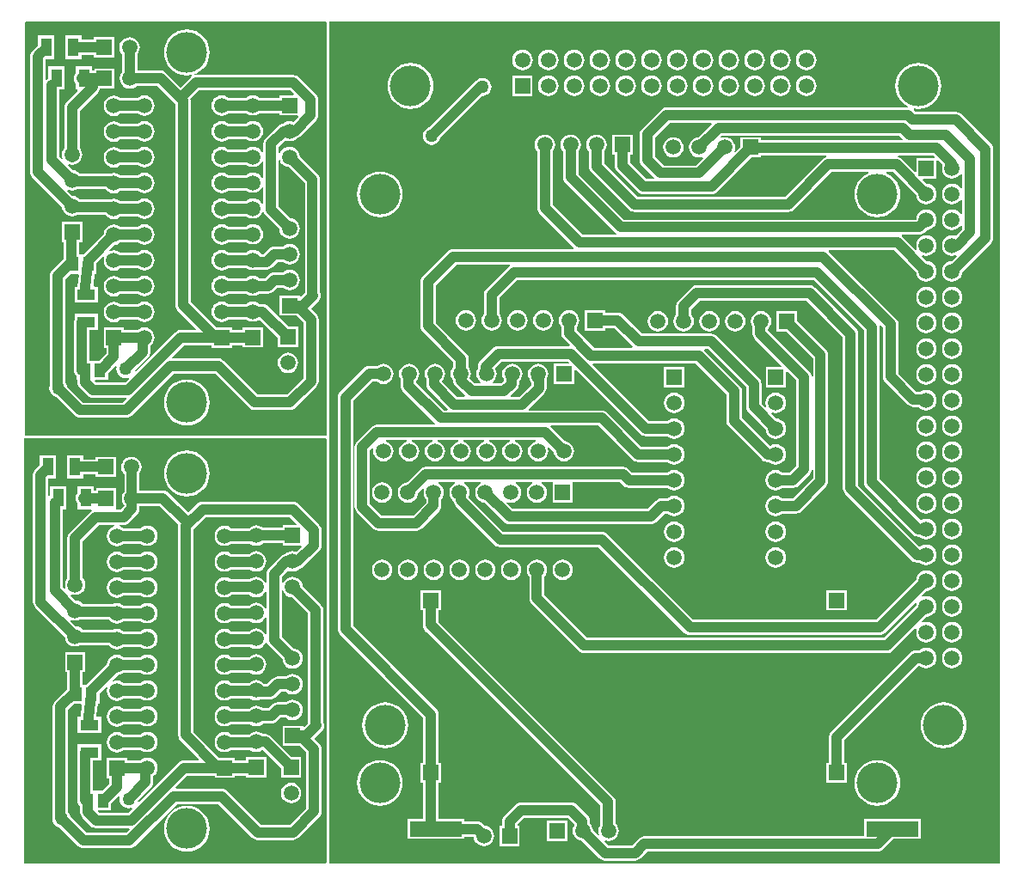
<source format=gbl>
G04 Layer_Physical_Order=2*
G04 Layer_Color=16711680*
%FSLAX24Y24*%
%MOIN*%
G70*
G01*
G75*
%ADD11R,0.0433X0.0709*%
%ADD12R,0.0709X0.0433*%
%ADD13C,0.0394*%
%ADD14C,0.0157*%
%ADD15C,0.0591*%
%ADD16R,0.0591X0.0591*%
%ADD17R,0.0591X0.0591*%
%ADD18C,0.0591*%
%ADD19R,0.0591X0.0591*%
%ADD20C,0.1575*%
%ADD21R,0.0591X0.0591*%
%ADD22R,0.2008X0.0591*%
%ADD23C,0.0500*%
%ADD24R,0.0433X0.0551*%
G36*
X-90Y32645D02*
X-95Y16662D01*
X-131Y16620D01*
X-131Y16620D01*
X-11780D01*
X-11800Y32645D01*
X-11765Y32680D01*
X-126D01*
X-90Y32645D01*
D02*
G37*
G36*
X-95Y16485D02*
X-100Y45D01*
X-100Y45D01*
X-146Y20D01*
X-11810D01*
Y16520D01*
X-131D01*
X-95Y16485D01*
D02*
G37*
G36*
X25990Y32700D02*
X26000Y32696D01*
Y10D01*
X35D01*
X0Y45D01*
X10Y32700D01*
X25990D01*
D02*
G37*
%LPC*%
G36*
X-5512Y18803D02*
X-5685Y18786D01*
X-5852Y18736D01*
X-6006Y18653D01*
X-6141Y18543D01*
X-6252Y18408D01*
X-6334Y18254D01*
X-6385Y18087D01*
X-6402Y17913D01*
X-6385Y17740D01*
X-6334Y17573D01*
X-6252Y17419D01*
X-6141Y17284D01*
X-6006Y17173D01*
X-5852Y17091D01*
X-5685Y17040D01*
X-5512Y17023D01*
X-5338Y17040D01*
X-5171Y17091D01*
X-5017Y17173D01*
X-4882Y17284D01*
X-4772Y17419D01*
X-4689Y17573D01*
X-4639Y17740D01*
X-4622Y17913D01*
X-4639Y18087D01*
X-4689Y18254D01*
X-4772Y18408D01*
X-4882Y18543D01*
X-5017Y18653D01*
X-5171Y18736D01*
X-5338Y18786D01*
X-5512Y18803D01*
D02*
G37*
G36*
Y32386D02*
X-5685Y32369D01*
X-5852Y32318D01*
X-6006Y32236D01*
X-6141Y32125D01*
X-6252Y31991D01*
X-6334Y31837D01*
X-6385Y31670D01*
X-6402Y31496D01*
X-6385Y31322D01*
X-6334Y31155D01*
X-6252Y31002D01*
X-6141Y30867D01*
X-6006Y30756D01*
X-5852Y30674D01*
X-5685Y30623D01*
X-5512Y30606D01*
X-5338Y30623D01*
X-5310Y30632D01*
X-5293Y30584D01*
X-5309Y30578D01*
X-5371Y30531D01*
X-5760Y30141D01*
X-6319Y30701D01*
X-6381Y30748D01*
X-6453Y30778D01*
X-6530Y30788D01*
X-7110D01*
X-7186Y30778D01*
X-7412D01*
Y31459D01*
X-7387Y31491D01*
X-7348Y31587D01*
X-7334Y31690D01*
X-7348Y31793D01*
X-7387Y31889D01*
X-7450Y31971D01*
X-7533Y32034D01*
X-7628Y32074D01*
X-7731Y32087D01*
X-7834Y32074D01*
X-7930Y32034D01*
X-8012Y31971D01*
X-8075Y31889D01*
X-8115Y31793D01*
X-8128Y31690D01*
X-8115Y31587D01*
X-8075Y31491D01*
X-8012Y31409D01*
X-8008Y31406D01*
Y30739D01*
X-8054Y30679D01*
X-8094Y30583D01*
X-8107Y30480D01*
X-8094Y30377D01*
X-8054Y30281D01*
X-7991Y30199D01*
X-7909Y30136D01*
X-7813Y30096D01*
X-7710Y30083D01*
X-7607Y30096D01*
X-7511Y30136D01*
X-7447Y30186D01*
X-7420Y30182D01*
X-6880D01*
X-6804Y30192D01*
X-6653D01*
X-5968Y29507D01*
Y21700D01*
X-5958Y21623D01*
X-5928Y21551D01*
X-5881Y21489D01*
X-5165Y20774D01*
X-5184Y20728D01*
X-5740D01*
X-5740Y20728D01*
X-5817Y20718D01*
X-5889Y20688D01*
X-5951Y20641D01*
X-5951Y20641D01*
X-7480Y19111D01*
X-7530Y19132D01*
X-7531Y19148D01*
X-7019Y19659D01*
X-6972Y19721D01*
X-6942Y19793D01*
X-6937Y19831D01*
X-6932Y19870D01*
X-6932Y19870D01*
Y20109D01*
X-6879Y20149D01*
X-6816Y20231D01*
X-6776Y20327D01*
X-6763Y20430D01*
X-6776Y20533D01*
X-6816Y20629D01*
X-6879Y20711D01*
X-6961Y20774D01*
X-7057Y20814D01*
X-7160Y20827D01*
X-7263Y20814D01*
X-7359Y20774D01*
X-7419Y20728D01*
X-7946D01*
Y20814D01*
X-8734D01*
Y20026D01*
X-8638D01*
Y19803D01*
X-8907Y19534D01*
X-9292D01*
Y20714D01*
X-8957D01*
Y21343D01*
X-9863D01*
Y21142D01*
X-9878Y21106D01*
X-9888Y21028D01*
Y19171D01*
X-9878Y19093D01*
X-9848Y19022D01*
X-9801Y18960D01*
X-9780Y18944D01*
Y18786D01*
X-9763D01*
Y18705D01*
X-9753Y18628D01*
X-9723Y18556D01*
X-9676Y18495D01*
X-9361Y18179D01*
X-9299Y18132D01*
X-9227Y18102D01*
X-9150Y18092D01*
X-7868D01*
X-7849Y18046D01*
X-7987Y17908D01*
X-9517D01*
X-10149Y18540D01*
X-10151Y18551D01*
X-10186Y18636D01*
X-10232Y18696D01*
Y22692D01*
X-10018Y22906D01*
X-9726D01*
X-9693Y22869D01*
X-9741Y22406D01*
X-9863D01*
Y21777D01*
X-8957D01*
Y22406D01*
X-9105D01*
X-9138Y22444D01*
X-9090Y22906D01*
X-9020D01*
Y23319D01*
X-8751Y23588D01*
X-8708Y23560D01*
X-8724Y23523D01*
X-8737Y23420D01*
X-8724Y23317D01*
X-8684Y23221D01*
X-8621Y23139D01*
X-8539Y23076D01*
X-8443Y23036D01*
X-8340Y23023D01*
X-8237Y23036D01*
X-8141Y23076D01*
X-8081Y23122D01*
X-7406D01*
X-7359Y23086D01*
X-7263Y23046D01*
X-7160Y23033D01*
X-7057Y23046D01*
X-6961Y23086D01*
X-6879Y23149D01*
X-6816Y23231D01*
X-6776Y23327D01*
X-6763Y23430D01*
X-6776Y23533D01*
X-6816Y23629D01*
X-6879Y23711D01*
X-6961Y23774D01*
X-7057Y23814D01*
X-7160Y23827D01*
X-7263Y23814D01*
X-7359Y23774D01*
X-7432Y23718D01*
X-8081D01*
X-8141Y23764D01*
X-8237Y23804D01*
X-8340Y23817D01*
X-8443Y23804D01*
X-8480Y23788D01*
X-8508Y23831D01*
X-8312Y24027D01*
X-8237Y24036D01*
X-8141Y24076D01*
X-8081Y24122D01*
X-7406D01*
X-7359Y24086D01*
X-7263Y24046D01*
X-7160Y24033D01*
X-7057Y24046D01*
X-6961Y24086D01*
X-6879Y24149D01*
X-6816Y24231D01*
X-6776Y24327D01*
X-6763Y24430D01*
X-6776Y24533D01*
X-6816Y24629D01*
X-6879Y24711D01*
X-6961Y24774D01*
X-7057Y24814D01*
X-7160Y24827D01*
X-7263Y24814D01*
X-7359Y24774D01*
X-7432Y24718D01*
X-8081D01*
X-8141Y24764D01*
X-8237Y24804D01*
X-8340Y24817D01*
X-8443Y24804D01*
X-8539Y24764D01*
X-8621Y24701D01*
X-8684Y24619D01*
X-8724Y24523D01*
X-8733Y24448D01*
X-9527Y23654D01*
X-9688D01*
Y24136D01*
X-9566D01*
Y24924D01*
X-10354D01*
Y24136D01*
X-10283D01*
Y23483D01*
X-10741Y23026D01*
X-10788Y22964D01*
X-10818Y22892D01*
X-10828Y22815D01*
Y18555D01*
X-10829Y18551D01*
X-10841Y18460D01*
X-10829Y18369D01*
X-10794Y18284D01*
X-10739Y18211D01*
X-10666Y18156D01*
X-10581Y18121D01*
X-10570Y18119D01*
X-9851Y17399D01*
X-9851Y17399D01*
X-9789Y17352D01*
X-9717Y17322D01*
X-9640Y17312D01*
X-9640Y17312D01*
X-7864D01*
X-7787Y17322D01*
X-7715Y17352D01*
X-7653Y17399D01*
X-6021Y19032D01*
X-4413D01*
X-3101Y17719D01*
X-3039Y17672D01*
X-2967Y17642D01*
X-2890Y17632D01*
X-1510D01*
X-1433Y17642D01*
X-1361Y17672D01*
X-1299Y17719D01*
X-489Y18529D01*
X-442Y18591D01*
X-412Y18663D01*
X-402Y18740D01*
Y21140D01*
X-412Y21217D01*
X-442Y21289D01*
X-489Y21351D01*
X-699Y21560D01*
X-399Y21859D01*
X-352Y21921D01*
X-322Y21993D01*
X-312Y22070D01*
X-322Y22147D01*
X-342Y22195D01*
Y26550D01*
X-352Y26627D01*
X-382Y26699D01*
X-429Y26761D01*
X-1137Y27468D01*
X-1146Y27543D01*
X-1186Y27639D01*
X-1249Y27721D01*
X-1331Y27784D01*
X-1427Y27824D01*
X-1530Y27837D01*
X-1633Y27824D01*
X-1729Y27784D01*
X-1811Y27721D01*
X-1874Y27639D01*
X-1902Y27570D01*
X-1952Y27580D01*
Y27827D01*
X-1696Y28083D01*
X-1633Y28056D01*
X-1530Y28043D01*
X-1427Y28056D01*
X-1331Y28096D01*
X-1259Y28151D01*
X-1253Y28152D01*
X-1181Y28182D01*
X-1119Y28229D01*
X-499Y28849D01*
X-499Y28849D01*
X-452Y28911D01*
X-422Y28983D01*
X-412Y29060D01*
Y29650D01*
X-422Y29727D01*
X-452Y29799D01*
X-499Y29861D01*
X-1169Y30531D01*
X-1231Y30578D01*
X-1303Y30608D01*
X-1380Y30618D01*
X-5160D01*
X-5160Y30618D01*
X-5201Y30612D01*
X-5212Y30661D01*
X-5171Y30674D01*
X-5017Y30756D01*
X-4882Y30867D01*
X-4772Y31002D01*
X-4689Y31155D01*
X-4639Y31322D01*
X-4622Y31496D01*
X-4639Y31670D01*
X-4689Y31837D01*
X-4772Y31991D01*
X-4882Y32125D01*
X-5017Y32236D01*
X-5171Y32318D01*
X-5338Y32369D01*
X-5512Y32386D01*
D02*
G37*
G36*
X-9594Y32143D02*
X-10223D01*
Y31237D01*
X-9594D01*
Y31392D01*
X-9125D01*
Y31296D01*
X-8338D01*
Y32084D01*
X-9125D01*
Y31988D01*
X-9594D01*
Y32143D01*
D02*
G37*
G36*
X-7160Y22827D02*
X-7263Y22814D01*
X-7359Y22774D01*
X-7432Y22718D01*
X-8081D01*
X-8141Y22764D01*
X-8237Y22804D01*
X-8340Y22817D01*
X-8443Y22804D01*
X-8539Y22764D01*
X-8621Y22701D01*
X-8684Y22619D01*
X-8724Y22523D01*
X-8737Y22420D01*
X-8724Y22317D01*
X-8684Y22221D01*
X-8621Y22139D01*
X-8539Y22076D01*
X-8443Y22036D01*
X-8340Y22023D01*
X-8237Y22036D01*
X-8141Y22076D01*
X-8081Y22122D01*
X-7406D01*
X-7359Y22086D01*
X-7263Y22046D01*
X-7160Y22033D01*
X-7057Y22046D01*
X-6961Y22086D01*
X-6879Y22149D01*
X-6816Y22231D01*
X-6776Y22327D01*
X-6763Y22430D01*
X-6776Y22533D01*
X-6816Y22629D01*
X-6879Y22711D01*
X-6961Y22774D01*
X-7057Y22814D01*
X-7160Y22827D01*
D02*
G37*
G36*
Y21827D02*
X-7263Y21814D01*
X-7359Y21774D01*
X-7432Y21718D01*
X-8081D01*
X-8141Y21764D01*
X-8237Y21804D01*
X-8340Y21817D01*
X-8443Y21804D01*
X-8539Y21764D01*
X-8621Y21701D01*
X-8684Y21619D01*
X-8724Y21523D01*
X-8737Y21420D01*
X-8724Y21317D01*
X-8684Y21221D01*
X-8621Y21139D01*
X-8539Y21076D01*
X-8443Y21036D01*
X-8340Y21023D01*
X-8237Y21036D01*
X-8141Y21076D01*
X-8081Y21122D01*
X-7406D01*
X-7359Y21086D01*
X-7263Y21046D01*
X-7160Y21033D01*
X-7057Y21046D01*
X-6961Y21086D01*
X-6879Y21149D01*
X-6816Y21231D01*
X-6776Y21327D01*
X-6763Y21430D01*
X-6776Y21533D01*
X-6816Y21629D01*
X-6879Y21711D01*
X-6961Y21774D01*
X-7057Y21814D01*
X-7160Y21827D01*
D02*
G37*
G36*
Y28827D02*
X-7263Y28814D01*
X-7359Y28774D01*
X-7432Y28718D01*
X-8081D01*
X-8141Y28764D01*
X-8237Y28804D01*
X-8340Y28817D01*
X-8443Y28804D01*
X-8539Y28764D01*
X-8621Y28701D01*
X-8684Y28619D01*
X-8724Y28523D01*
X-8737Y28420D01*
X-8724Y28317D01*
X-8684Y28221D01*
X-8621Y28139D01*
X-8539Y28076D01*
X-8443Y28036D01*
X-8340Y28023D01*
X-8237Y28036D01*
X-8141Y28076D01*
X-8081Y28122D01*
X-7406D01*
X-7359Y28086D01*
X-7263Y28046D01*
X-7160Y28033D01*
X-7057Y28046D01*
X-6961Y28086D01*
X-6879Y28149D01*
X-6816Y28231D01*
X-6776Y28327D01*
X-6763Y28430D01*
X-6776Y28533D01*
X-6816Y28629D01*
X-6879Y28711D01*
X-6961Y28774D01*
X-7057Y28814D01*
X-7160Y28827D01*
D02*
G37*
G36*
Y29827D02*
X-7263Y29814D01*
X-7359Y29774D01*
X-7432Y29718D01*
X-8081D01*
X-8141Y29764D01*
X-8237Y29804D01*
X-8340Y29817D01*
X-8443Y29804D01*
X-8539Y29764D01*
X-8621Y29701D01*
X-8684Y29619D01*
X-8724Y29523D01*
X-8737Y29420D01*
X-8724Y29317D01*
X-8684Y29221D01*
X-8621Y29139D01*
X-8539Y29076D01*
X-8443Y29036D01*
X-8340Y29023D01*
X-8237Y29036D01*
X-8141Y29076D01*
X-8081Y29122D01*
X-7406D01*
X-7359Y29086D01*
X-7263Y29046D01*
X-7160Y29033D01*
X-7057Y29046D01*
X-6961Y29086D01*
X-6879Y29149D01*
X-6816Y29231D01*
X-6776Y29327D01*
X-6763Y29430D01*
X-6776Y29533D01*
X-6816Y29629D01*
X-6879Y29711D01*
X-6961Y29774D01*
X-7057Y29814D01*
X-7160Y29827D01*
D02*
G37*
G36*
X-10657Y32143D02*
X-11286D01*
Y31766D01*
X-11461Y31592D01*
X-11508Y31530D01*
X-11514Y31517D01*
X-11558Y31459D01*
X-11588Y31387D01*
X-11598Y31310D01*
Y26860D01*
X-11588Y26783D01*
X-11558Y26711D01*
X-11511Y26649D01*
X-10352Y25491D01*
X-10344Y25427D01*
X-10304Y25331D01*
X-10241Y25249D01*
X-10159Y25186D01*
X-10063Y25146D01*
X-9960Y25133D01*
X-9857Y25146D01*
X-9771Y25182D01*
X-8654D01*
X-8621Y25139D01*
X-8539Y25076D01*
X-8443Y25036D01*
X-8340Y25023D01*
X-8237Y25036D01*
X-8141Y25076D01*
X-8081Y25122D01*
X-7406D01*
X-7359Y25086D01*
X-7263Y25046D01*
X-7160Y25033D01*
X-7057Y25046D01*
X-6961Y25086D01*
X-6879Y25149D01*
X-6816Y25231D01*
X-6776Y25327D01*
X-6763Y25430D01*
X-6776Y25533D01*
X-6816Y25629D01*
X-6879Y25711D01*
X-6961Y25774D01*
X-7057Y25814D01*
X-7160Y25827D01*
X-7263Y25814D01*
X-7359Y25774D01*
X-7432Y25718D01*
X-8081D01*
X-8141Y25764D01*
X-8237Y25804D01*
X-8340Y25817D01*
X-8443Y25804D01*
X-8505Y25778D01*
X-9654D01*
X-9679Y25811D01*
X-9761Y25874D01*
X-9857Y25914D01*
X-9944Y25925D01*
X-10145Y26127D01*
X-10117Y26169D01*
X-10063Y26146D01*
X-9960Y26133D01*
X-9857Y26146D01*
X-9771Y26182D01*
X-8654D01*
X-8621Y26139D01*
X-8539Y26076D01*
X-8443Y26036D01*
X-8340Y26023D01*
X-8237Y26036D01*
X-8141Y26076D01*
X-8081Y26122D01*
X-7406D01*
X-7359Y26086D01*
X-7263Y26046D01*
X-7160Y26033D01*
X-7057Y26046D01*
X-6961Y26086D01*
X-6879Y26149D01*
X-6816Y26231D01*
X-6776Y26327D01*
X-6763Y26430D01*
X-6776Y26533D01*
X-6816Y26629D01*
X-6879Y26711D01*
X-6961Y26774D01*
X-7057Y26814D01*
X-7160Y26827D01*
X-7263Y26814D01*
X-7359Y26774D01*
X-7432Y26718D01*
X-8081D01*
X-8141Y26764D01*
X-8237Y26804D01*
X-8340Y26817D01*
X-8443Y26804D01*
X-8505Y26778D01*
X-9654D01*
X-9679Y26811D01*
X-9761Y26874D01*
X-9857Y26914D01*
X-9932Y26923D01*
X-10128Y27119D01*
X-10100Y27162D01*
X-10063Y27146D01*
X-9960Y27133D01*
X-9857Y27146D01*
X-9761Y27186D01*
X-9679Y27249D01*
X-9616Y27331D01*
X-9576Y27427D01*
X-9563Y27530D01*
X-9576Y27633D01*
X-9616Y27729D01*
X-9672Y27802D01*
Y29227D01*
X-8959Y29939D01*
X-8912Y30001D01*
X-8882Y30073D01*
X-8881Y30086D01*
X-8316D01*
Y30874D01*
X-9104D01*
Y30778D01*
X-9184D01*
Y30953D01*
X-9813D01*
Y30687D01*
X-9858Y30629D01*
X-9888Y30557D01*
X-9898Y30480D01*
X-9888Y30403D01*
X-9858Y30331D01*
X-9813Y30273D01*
Y30047D01*
X-9759D01*
X-9740Y30001D01*
X-10181Y29561D01*
X-10228Y29499D01*
X-10258Y29427D01*
X-10268Y29350D01*
Y27776D01*
X-10304Y27729D01*
X-10344Y27633D01*
X-10357Y27530D01*
X-10344Y27427D01*
X-10328Y27390D01*
X-10371Y27362D01*
X-10452Y27443D01*
Y30047D01*
X-10247D01*
Y30953D01*
X-10876D01*
Y30487D01*
X-10899Y30478D01*
X-10952Y30437D01*
X-11002Y30451D01*
Y31208D01*
X-10973Y31237D01*
X-10657D01*
Y32143D01*
D02*
G37*
G36*
X-7160Y27827D02*
X-7263Y27814D01*
X-7359Y27774D01*
X-7432Y27718D01*
X-8081D01*
X-8141Y27764D01*
X-8237Y27804D01*
X-8340Y27817D01*
X-8443Y27804D01*
X-8539Y27764D01*
X-8621Y27701D01*
X-8684Y27619D01*
X-8724Y27523D01*
X-8737Y27420D01*
X-8724Y27317D01*
X-8684Y27221D01*
X-8621Y27139D01*
X-8539Y27076D01*
X-8443Y27036D01*
X-8340Y27023D01*
X-8237Y27036D01*
X-8141Y27076D01*
X-8081Y27122D01*
X-7406D01*
X-7359Y27086D01*
X-7263Y27046D01*
X-7160Y27033D01*
X-7057Y27046D01*
X-6961Y27086D01*
X-6879Y27149D01*
X-6816Y27231D01*
X-6776Y27327D01*
X-6763Y27430D01*
X-6776Y27533D01*
X-6816Y27629D01*
X-6879Y27711D01*
X-6961Y27774D01*
X-7057Y27814D01*
X-7160Y27827D01*
D02*
G37*
%LPD*%
G36*
X-8233Y19302D02*
X-8230Y19298D01*
X-8241Y19210D01*
X-8229Y19119D01*
X-8194Y19034D01*
X-8138Y18961D01*
X-8066Y18906D01*
X-7981Y18871D01*
X-7890Y18859D01*
X-7799Y18871D01*
X-7786Y18876D01*
X-7758Y18834D01*
X-7903Y18688D01*
X-9027D01*
X-9079Y18740D01*
X-9059Y18786D01*
X-8560D01*
Y19039D01*
X-8277Y19322D01*
X-8233Y19302D01*
D02*
G37*
G36*
X-1361Y29880D02*
X-1380Y29834D01*
X-1924D01*
Y29738D01*
X-2691D01*
X-2751Y29784D01*
X-2847Y29824D01*
X-2950Y29837D01*
X-3053Y29824D01*
X-3149Y29784D01*
X-3222Y29728D01*
X-3901D01*
X-3961Y29774D01*
X-4057Y29814D01*
X-4160Y29827D01*
X-4263Y29814D01*
X-4359Y29774D01*
X-4441Y29711D01*
X-4504Y29629D01*
X-4544Y29533D01*
X-4557Y29430D01*
X-4544Y29327D01*
X-4504Y29231D01*
X-4441Y29149D01*
X-4359Y29086D01*
X-4263Y29046D01*
X-4160Y29033D01*
X-4057Y29046D01*
X-3961Y29086D01*
X-3901Y29132D01*
X-3196D01*
X-3149Y29096D01*
X-3053Y29056D01*
X-2950Y29043D01*
X-2847Y29056D01*
X-2751Y29096D01*
X-2691Y29142D01*
X-1924D01*
Y29046D01*
X-1210D01*
X-1191Y29000D01*
X-1385Y28806D01*
X-1427Y28824D01*
X-1530Y28837D01*
X-1633Y28824D01*
X-1729Y28784D01*
X-1795Y28733D01*
X-1837Y28728D01*
X-1909Y28698D01*
X-1971Y28651D01*
X-2461Y28161D01*
X-2508Y28099D01*
X-2538Y28027D01*
X-2548Y27950D01*
Y27629D01*
X-2598Y27619D01*
X-2606Y27639D01*
X-2669Y27721D01*
X-2751Y27784D01*
X-2847Y27824D01*
X-2950Y27837D01*
X-3053Y27824D01*
X-3149Y27784D01*
X-3209Y27738D01*
X-3914D01*
X-3961Y27774D01*
X-4057Y27814D01*
X-4160Y27827D01*
X-4263Y27814D01*
X-4359Y27774D01*
X-4441Y27711D01*
X-4504Y27629D01*
X-4544Y27533D01*
X-4557Y27430D01*
X-4544Y27327D01*
X-4504Y27231D01*
X-4441Y27149D01*
X-4359Y27086D01*
X-4263Y27046D01*
X-4160Y27033D01*
X-4057Y27046D01*
X-3961Y27086D01*
X-3888Y27142D01*
X-3209D01*
X-3149Y27096D01*
X-3053Y27056D01*
X-2950Y27043D01*
X-2847Y27056D01*
X-2751Y27096D01*
X-2669Y27159D01*
X-2606Y27241D01*
X-2598Y27261D01*
X-2548Y27252D01*
Y26628D01*
X-2598Y26619D01*
X-2606Y26639D01*
X-2669Y26721D01*
X-2751Y26784D01*
X-2847Y26824D01*
X-2950Y26837D01*
X-3053Y26824D01*
X-3149Y26784D01*
X-3222Y26728D01*
X-3901D01*
X-3961Y26774D01*
X-4057Y26814D01*
X-4160Y26827D01*
X-4263Y26814D01*
X-4359Y26774D01*
X-4441Y26711D01*
X-4504Y26629D01*
X-4544Y26533D01*
X-4557Y26430D01*
X-4544Y26327D01*
X-4504Y26231D01*
X-4441Y26149D01*
X-4359Y26086D01*
X-4263Y26046D01*
X-4160Y26033D01*
X-4057Y26046D01*
X-3961Y26086D01*
X-3901Y26132D01*
X-3196D01*
X-3149Y26096D01*
X-3053Y26056D01*
X-2950Y26043D01*
X-2847Y26056D01*
X-2751Y26096D01*
X-2669Y26159D01*
X-2606Y26241D01*
X-2598Y26261D01*
X-2548Y26251D01*
Y25628D01*
X-2598Y25619D01*
X-2606Y25639D01*
X-2669Y25721D01*
X-2751Y25784D01*
X-2847Y25824D01*
X-2950Y25837D01*
X-3053Y25824D01*
X-3149Y25784D01*
X-3222Y25728D01*
X-3901D01*
X-3961Y25774D01*
X-4057Y25814D01*
X-4160Y25827D01*
X-4263Y25814D01*
X-4359Y25774D01*
X-4441Y25711D01*
X-4504Y25629D01*
X-4544Y25533D01*
X-4557Y25430D01*
X-4544Y25327D01*
X-4504Y25231D01*
X-4441Y25149D01*
X-4359Y25086D01*
X-4263Y25046D01*
X-4160Y25033D01*
X-4057Y25046D01*
X-3961Y25086D01*
X-3901Y25132D01*
X-3196D01*
X-3149Y25096D01*
X-3053Y25056D01*
X-2950Y25043D01*
X-2847Y25056D01*
X-2751Y25096D01*
X-2669Y25159D01*
X-2606Y25241D01*
X-2584Y25295D01*
X-2530Y25294D01*
X-2508Y25241D01*
X-2461Y25179D01*
X-1923Y24642D01*
X-1914Y24567D01*
X-1874Y24471D01*
X-1811Y24389D01*
X-1729Y24326D01*
X-1633Y24286D01*
X-1530Y24273D01*
X-1427Y24286D01*
X-1331Y24326D01*
X-1249Y24389D01*
X-1186Y24471D01*
X-1146Y24567D01*
X-1133Y24670D01*
X-1146Y24773D01*
X-1186Y24869D01*
X-1249Y24951D01*
X-1331Y25014D01*
X-1427Y25054D01*
X-1502Y25063D01*
X-1952Y25513D01*
Y27300D01*
X-1902Y27310D01*
X-1874Y27241D01*
X-1811Y27159D01*
X-1729Y27096D01*
X-1633Y27056D01*
X-1558Y27047D01*
X-938Y26427D01*
Y22163D01*
X-1086Y22015D01*
X-1136Y22036D01*
Y22064D01*
X-1924D01*
Y21276D01*
X-1257D01*
X-998Y21017D01*
Y18863D01*
X-1633Y18228D01*
X-2767D01*
X-4079Y19541D01*
X-4141Y19588D01*
X-4213Y19618D01*
X-4290Y19628D01*
X-6056D01*
X-6075Y19674D01*
X-5617Y20132D01*
X-4554D01*
Y20036D01*
X-3766D01*
Y20132D01*
X-3344D01*
Y20046D01*
X-2556D01*
Y20834D01*
X-3344D01*
Y20728D01*
X-3766D01*
Y20824D01*
X-4373D01*
X-5372Y21823D01*
Y29630D01*
X-5372Y29630D01*
X-5379Y29680D01*
X-5037Y30022D01*
X-1503D01*
X-1361Y29880D01*
D02*
G37*
%LPC*%
G36*
X-2950Y24837D02*
X-3053Y24824D01*
X-3149Y24784D01*
X-3222Y24728D01*
X-3901D01*
X-3961Y24774D01*
X-4057Y24814D01*
X-4160Y24827D01*
X-4263Y24814D01*
X-4359Y24774D01*
X-4441Y24711D01*
X-4504Y24629D01*
X-4544Y24533D01*
X-4557Y24430D01*
X-4544Y24327D01*
X-4504Y24231D01*
X-4441Y24149D01*
X-4359Y24086D01*
X-4263Y24046D01*
X-4160Y24033D01*
X-4057Y24046D01*
X-3961Y24086D01*
X-3901Y24132D01*
X-3196D01*
X-3149Y24096D01*
X-3053Y24056D01*
X-2950Y24043D01*
X-2847Y24056D01*
X-2751Y24096D01*
X-2669Y24159D01*
X-2606Y24241D01*
X-2566Y24337D01*
X-2553Y24440D01*
X-2566Y24543D01*
X-2606Y24639D01*
X-2669Y24721D01*
X-2751Y24784D01*
X-2847Y24824D01*
X-2950Y24837D01*
D02*
G37*
G36*
X-1530Y24067D02*
X-1633Y24054D01*
X-1729Y24014D01*
X-1789Y23968D01*
X-2110D01*
X-2187Y23958D01*
X-2259Y23928D01*
X-2321Y23881D01*
X-2533Y23668D01*
X-2629D01*
X-2669Y23721D01*
X-2751Y23784D01*
X-2847Y23824D01*
X-2950Y23837D01*
X-3053Y23824D01*
X-3149Y23784D01*
X-3222Y23728D01*
X-3901D01*
X-3961Y23774D01*
X-4057Y23814D01*
X-4160Y23827D01*
X-4263Y23814D01*
X-4359Y23774D01*
X-4441Y23711D01*
X-4504Y23629D01*
X-4544Y23533D01*
X-4557Y23430D01*
X-4544Y23327D01*
X-4504Y23231D01*
X-4441Y23149D01*
X-4359Y23086D01*
X-4263Y23046D01*
X-4160Y23033D01*
X-4057Y23046D01*
X-3961Y23086D01*
X-3901Y23132D01*
X-3196D01*
X-3149Y23096D01*
X-3053Y23056D01*
X-2950Y23043D01*
X-2847Y23056D01*
X-2809Y23072D01*
X-2410D01*
X-2333Y23082D01*
X-2261Y23112D01*
X-2199Y23159D01*
X-1987Y23372D01*
X-1789D01*
X-1729Y23326D01*
X-1633Y23286D01*
X-1530Y23273D01*
X-1427Y23286D01*
X-1331Y23326D01*
X-1249Y23389D01*
X-1186Y23471D01*
X-1146Y23567D01*
X-1133Y23670D01*
X-1146Y23773D01*
X-1186Y23869D01*
X-1249Y23951D01*
X-1331Y24014D01*
X-1427Y24054D01*
X-1530Y24067D01*
D02*
G37*
G36*
X-2950Y28837D02*
X-3053Y28824D01*
X-3149Y28784D01*
X-3222Y28728D01*
X-3901D01*
X-3961Y28774D01*
X-4057Y28814D01*
X-4160Y28827D01*
X-4263Y28814D01*
X-4359Y28774D01*
X-4441Y28711D01*
X-4504Y28629D01*
X-4544Y28533D01*
X-4557Y28430D01*
X-4544Y28327D01*
X-4504Y28231D01*
X-4441Y28149D01*
X-4359Y28086D01*
X-4263Y28046D01*
X-4160Y28033D01*
X-4057Y28046D01*
X-3961Y28086D01*
X-3901Y28132D01*
X-3196D01*
X-3149Y28096D01*
X-3053Y28056D01*
X-2950Y28043D01*
X-2847Y28056D01*
X-2751Y28096D01*
X-2669Y28159D01*
X-2606Y28241D01*
X-2566Y28337D01*
X-2553Y28440D01*
X-2566Y28543D01*
X-2606Y28639D01*
X-2669Y28721D01*
X-2751Y28784D01*
X-2847Y28824D01*
X-2950Y28837D01*
D02*
G37*
G36*
Y21837D02*
X-3053Y21824D01*
X-3149Y21784D01*
X-3222Y21728D01*
X-3901D01*
X-3961Y21774D01*
X-4057Y21814D01*
X-4160Y21827D01*
X-4263Y21814D01*
X-4359Y21774D01*
X-4441Y21711D01*
X-4504Y21629D01*
X-4544Y21533D01*
X-4557Y21430D01*
X-4544Y21327D01*
X-4504Y21231D01*
X-4441Y21149D01*
X-4359Y21086D01*
X-4263Y21046D01*
X-4160Y21033D01*
X-4057Y21046D01*
X-3961Y21086D01*
X-3901Y21132D01*
X-3196D01*
X-3149Y21096D01*
X-3053Y21056D01*
X-2950Y21043D01*
X-2847Y21056D01*
X-2751Y21096D01*
X-2698Y21137D01*
X-1984Y20423D01*
Y20056D01*
X-1196D01*
Y20844D01*
X-1563D01*
X-2369Y21651D01*
X-2431Y21698D01*
X-2503Y21728D01*
X-2580Y21738D01*
X-2691D01*
X-2751Y21784D01*
X-2847Y21824D01*
X-2950Y21837D01*
D02*
G37*
G36*
X-1530Y23067D02*
X-1633Y23054D01*
X-1729Y23014D01*
X-1789Y22968D01*
X-2120D01*
X-2197Y22958D01*
X-2269Y22928D01*
X-2331Y22881D01*
X-2473Y22738D01*
X-2691D01*
X-2751Y22784D01*
X-2847Y22824D01*
X-2950Y22837D01*
X-3053Y22824D01*
X-3149Y22784D01*
X-3222Y22728D01*
X-3901D01*
X-3961Y22774D01*
X-4057Y22814D01*
X-4160Y22827D01*
X-4263Y22814D01*
X-4359Y22774D01*
X-4441Y22711D01*
X-4504Y22629D01*
X-4544Y22533D01*
X-4557Y22430D01*
X-4544Y22327D01*
X-4504Y22231D01*
X-4441Y22149D01*
X-4359Y22086D01*
X-4263Y22046D01*
X-4160Y22033D01*
X-4057Y22046D01*
X-3961Y22086D01*
X-3901Y22132D01*
X-3196D01*
X-3149Y22096D01*
X-3053Y22056D01*
X-2950Y22043D01*
X-2847Y22056D01*
X-2751Y22096D01*
X-2691Y22142D01*
X-2350D01*
X-2273Y22152D01*
X-2201Y22182D01*
X-2139Y22229D01*
X-1997Y22372D01*
X-1789D01*
X-1729Y22326D01*
X-1633Y22286D01*
X-1530Y22273D01*
X-1427Y22286D01*
X-1331Y22326D01*
X-1249Y22389D01*
X-1186Y22471D01*
X-1146Y22567D01*
X-1133Y22670D01*
X-1146Y22773D01*
X-1186Y22869D01*
X-1249Y22951D01*
X-1331Y23014D01*
X-1427Y23054D01*
X-1530Y23067D01*
D02*
G37*
G36*
X-1590Y19847D02*
X-1693Y19834D01*
X-1789Y19794D01*
X-1871Y19731D01*
X-1934Y19649D01*
X-1974Y19553D01*
X-1987Y19450D01*
X-1974Y19347D01*
X-1934Y19251D01*
X-1871Y19169D01*
X-1789Y19106D01*
X-1693Y19066D01*
X-1590Y19053D01*
X-1487Y19066D01*
X-1391Y19106D01*
X-1309Y19169D01*
X-1246Y19251D01*
X-1206Y19347D01*
X-1193Y19450D01*
X-1206Y19553D01*
X-1246Y19649D01*
X-1309Y19731D01*
X-1391Y19794D01*
X-1487Y19834D01*
X-1590Y19847D01*
D02*
G37*
G36*
X-9524Y15863D02*
X-10153D01*
Y14957D01*
X-9524D01*
Y15112D01*
X-9055D01*
Y15016D01*
X-8268D01*
Y15804D01*
X-9055D01*
Y15708D01*
X-9524D01*
Y15863D01*
D02*
G37*
G36*
X-7040Y5137D02*
X-7143Y5124D01*
X-7239Y5084D01*
X-7312Y5028D01*
X-7961D01*
X-8021Y5074D01*
X-8117Y5114D01*
X-8220Y5127D01*
X-8323Y5114D01*
X-8419Y5074D01*
X-8501Y5011D01*
X-8564Y4929D01*
X-8604Y4833D01*
X-8617Y4730D01*
X-8604Y4627D01*
X-8564Y4531D01*
X-8501Y4449D01*
X-8419Y4386D01*
X-8323Y4346D01*
X-8220Y4333D01*
X-8117Y4346D01*
X-8021Y4386D01*
X-7961Y4432D01*
X-7286D01*
X-7239Y4396D01*
X-7143Y4356D01*
X-7040Y4343D01*
X-6937Y4356D01*
X-6841Y4396D01*
X-6759Y4459D01*
X-6696Y4541D01*
X-6656Y4637D01*
X-6643Y4740D01*
X-6656Y4843D01*
X-6696Y4939D01*
X-6759Y5021D01*
X-6841Y5084D01*
X-6937Y5124D01*
X-7040Y5137D01*
D02*
G37*
G36*
Y6137D02*
X-7143Y6124D01*
X-7239Y6084D01*
X-7312Y6028D01*
X-7961D01*
X-8021Y6074D01*
X-8117Y6114D01*
X-8220Y6127D01*
X-8323Y6114D01*
X-8419Y6074D01*
X-8501Y6011D01*
X-8564Y5929D01*
X-8604Y5833D01*
X-8617Y5730D01*
X-8604Y5627D01*
X-8564Y5531D01*
X-8501Y5449D01*
X-8419Y5386D01*
X-8323Y5346D01*
X-8220Y5333D01*
X-8117Y5346D01*
X-8021Y5386D01*
X-7961Y5432D01*
X-7286D01*
X-7239Y5396D01*
X-7143Y5356D01*
X-7040Y5343D01*
X-6937Y5356D01*
X-6841Y5396D01*
X-6759Y5459D01*
X-6696Y5541D01*
X-6656Y5637D01*
X-6643Y5740D01*
X-6656Y5843D01*
X-6696Y5939D01*
X-6759Y6021D01*
X-6841Y6084D01*
X-6937Y6124D01*
X-7040Y6137D01*
D02*
G37*
G36*
X-5512Y16048D02*
X-5685Y16030D01*
X-5852Y15980D01*
X-6006Y15898D01*
X-6141Y15787D01*
X-6252Y15652D01*
X-6334Y15498D01*
X-6385Y15331D01*
X-6402Y15157D01*
X-6385Y14984D01*
X-6334Y14817D01*
X-6252Y14663D01*
X-6141Y14528D01*
X-6006Y14417D01*
X-5852Y14335D01*
X-5685Y14284D01*
X-5512Y14267D01*
X-5338Y14284D01*
X-5171Y14335D01*
X-5017Y14417D01*
X-4882Y14528D01*
X-4772Y14663D01*
X-4689Y14817D01*
X-4639Y14984D01*
X-4622Y15157D01*
X-4639Y15331D01*
X-4689Y15498D01*
X-4772Y15652D01*
X-4882Y15787D01*
X-5017Y15898D01*
X-5171Y15980D01*
X-5338Y16030D01*
X-5512Y16048D01*
D02*
G37*
G36*
X-10587Y15863D02*
X-11216D01*
Y15486D01*
X-11391Y15312D01*
X-11438Y15250D01*
X-11468Y15179D01*
X-11478Y15101D01*
Y10170D01*
X-11468Y10093D01*
X-11438Y10021D01*
X-11391Y9959D01*
X-10232Y8801D01*
X-10224Y8737D01*
X-10184Y8641D01*
X-10121Y8559D01*
X-10039Y8496D01*
X-9943Y8456D01*
X-9840Y8443D01*
X-9737Y8456D01*
X-9651Y8492D01*
X-8534D01*
X-8501Y8449D01*
X-8419Y8386D01*
X-8323Y8346D01*
X-8220Y8333D01*
X-8117Y8346D01*
X-8021Y8386D01*
X-7961Y8432D01*
X-7286D01*
X-7239Y8396D01*
X-7143Y8356D01*
X-7040Y8343D01*
X-6937Y8356D01*
X-6841Y8396D01*
X-6759Y8459D01*
X-6696Y8541D01*
X-6656Y8637D01*
X-6643Y8740D01*
X-6656Y8843D01*
X-6696Y8939D01*
X-6759Y9021D01*
X-6841Y9084D01*
X-6937Y9124D01*
X-7040Y9137D01*
X-7143Y9124D01*
X-7239Y9084D01*
X-7312Y9028D01*
X-7961D01*
X-8021Y9074D01*
X-8117Y9114D01*
X-8220Y9127D01*
X-8323Y9114D01*
X-8385Y9088D01*
X-9534D01*
X-9559Y9121D01*
X-9641Y9184D01*
X-9737Y9224D01*
X-9824Y9235D01*
X-10025Y9437D01*
X-9997Y9479D01*
X-9943Y9456D01*
X-9840Y9443D01*
X-9737Y9456D01*
X-9651Y9492D01*
X-8534D01*
X-8501Y9449D01*
X-8419Y9386D01*
X-8323Y9346D01*
X-8220Y9333D01*
X-8117Y9346D01*
X-8021Y9386D01*
X-7961Y9432D01*
X-7286D01*
X-7239Y9396D01*
X-7143Y9356D01*
X-7040Y9343D01*
X-6937Y9356D01*
X-6841Y9396D01*
X-6759Y9459D01*
X-6696Y9541D01*
X-6656Y9637D01*
X-6643Y9740D01*
X-6656Y9843D01*
X-6696Y9939D01*
X-6759Y10021D01*
X-6841Y10084D01*
X-6937Y10124D01*
X-7040Y10137D01*
X-7143Y10124D01*
X-7239Y10084D01*
X-7312Y10028D01*
X-7961D01*
X-8021Y10074D01*
X-8117Y10114D01*
X-8220Y10127D01*
X-8323Y10114D01*
X-8385Y10088D01*
X-9534D01*
X-9559Y10121D01*
X-9641Y10184D01*
X-9737Y10224D01*
X-9812Y10233D01*
X-10008Y10429D01*
X-9980Y10472D01*
X-9943Y10456D01*
X-9840Y10443D01*
X-9737Y10456D01*
X-9641Y10496D01*
X-9559Y10559D01*
X-9496Y10641D01*
X-9456Y10737D01*
X-9443Y10840D01*
X-9456Y10943D01*
X-9496Y11039D01*
X-9552Y11112D01*
Y12537D01*
X-8927Y13162D01*
X-8331D01*
X-8323Y13114D01*
X-8419Y13074D01*
X-8501Y13011D01*
X-8564Y12929D01*
X-8604Y12833D01*
X-8617Y12730D01*
X-8604Y12627D01*
X-8564Y12531D01*
X-8501Y12449D01*
X-8419Y12386D01*
X-8323Y12346D01*
X-8220Y12333D01*
X-8117Y12346D01*
X-8021Y12386D01*
X-7961Y12432D01*
X-7286D01*
X-7239Y12396D01*
X-7143Y12356D01*
X-7040Y12343D01*
X-6937Y12356D01*
X-6841Y12396D01*
X-6759Y12459D01*
X-6696Y12541D01*
X-6656Y12637D01*
X-6643Y12740D01*
X-6656Y12843D01*
X-6696Y12939D01*
X-6759Y13021D01*
X-6841Y13084D01*
X-6937Y13124D01*
X-7040Y13137D01*
X-7143Y13124D01*
X-7239Y13084D01*
X-7312Y13028D01*
X-7961D01*
X-8021Y13074D01*
X-8117Y13114D01*
X-8109Y13162D01*
X-7960D01*
X-7883Y13172D01*
X-7811Y13202D01*
X-7749Y13249D01*
X-7429Y13569D01*
X-7429Y13569D01*
X-7382Y13631D01*
X-7352Y13703D01*
X-7342Y13780D01*
Y13902D01*
X-6563D01*
X-5840Y13179D01*
X-5848Y13120D01*
Y5010D01*
X-5838Y4933D01*
X-5808Y4861D01*
X-5761Y4799D01*
X-5045Y4084D01*
X-5064Y4038D01*
X-5620D01*
X-5620Y4038D01*
X-5697Y4028D01*
X-5769Y3998D01*
X-5831Y3951D01*
X-5831Y3951D01*
X-7360Y2421D01*
X-7410Y2442D01*
X-7411Y2458D01*
X-6899Y2969D01*
X-6852Y3031D01*
X-6822Y3103D01*
X-6817Y3141D01*
X-6812Y3180D01*
X-6812Y3180D01*
Y3419D01*
X-6759Y3459D01*
X-6696Y3541D01*
X-6656Y3637D01*
X-6643Y3740D01*
X-6656Y3843D01*
X-6696Y3939D01*
X-6759Y4021D01*
X-6841Y4084D01*
X-6937Y4124D01*
X-7040Y4137D01*
X-7143Y4124D01*
X-7239Y4084D01*
X-7299Y4038D01*
X-7826D01*
Y4124D01*
X-8614D01*
Y3336D01*
X-8518D01*
Y3113D01*
X-8787Y2844D01*
X-9172D01*
Y4024D01*
X-8837D01*
Y4653D01*
X-9743D01*
Y4452D01*
X-9758Y4416D01*
X-9768Y4338D01*
Y2481D01*
X-9758Y2403D01*
X-9728Y2332D01*
X-9681Y2270D01*
X-9660Y2254D01*
Y2096D01*
X-9643D01*
Y2015D01*
X-9633Y1938D01*
X-9603Y1866D01*
X-9556Y1805D01*
X-9241Y1489D01*
X-9179Y1442D01*
X-9107Y1412D01*
X-9030Y1402D01*
X-7748D01*
X-7729Y1356D01*
X-7867Y1218D01*
X-9397D01*
X-10029Y1850D01*
X-10031Y1861D01*
X-10066Y1946D01*
X-10112Y2006D01*
Y6002D01*
X-9898Y6216D01*
X-9606D01*
X-9573Y6179D01*
X-9621Y5716D01*
X-9743D01*
Y5087D01*
X-8837D01*
Y5716D01*
X-8985D01*
X-9018Y5754D01*
X-8970Y6216D01*
X-8900D01*
Y6629D01*
X-8631Y6898D01*
X-8588Y6870D01*
X-8604Y6833D01*
X-8617Y6730D01*
X-8604Y6627D01*
X-8564Y6531D01*
X-8501Y6449D01*
X-8419Y6386D01*
X-8323Y6346D01*
X-8220Y6333D01*
X-8117Y6346D01*
X-8021Y6386D01*
X-7961Y6432D01*
X-7286D01*
X-7239Y6396D01*
X-7143Y6356D01*
X-7040Y6343D01*
X-6937Y6356D01*
X-6841Y6396D01*
X-6759Y6459D01*
X-6696Y6541D01*
X-6656Y6637D01*
X-6643Y6740D01*
X-6656Y6843D01*
X-6696Y6939D01*
X-6759Y7021D01*
X-6841Y7084D01*
X-6937Y7124D01*
X-7040Y7137D01*
X-7143Y7124D01*
X-7239Y7084D01*
X-7312Y7028D01*
X-7961D01*
X-8021Y7074D01*
X-8117Y7114D01*
X-8220Y7127D01*
X-8323Y7114D01*
X-8360Y7098D01*
X-8388Y7141D01*
X-8192Y7337D01*
X-8117Y7346D01*
X-8021Y7386D01*
X-7961Y7432D01*
X-7286D01*
X-7239Y7396D01*
X-7143Y7356D01*
X-7040Y7343D01*
X-6937Y7356D01*
X-6841Y7396D01*
X-6759Y7459D01*
X-6696Y7541D01*
X-6656Y7637D01*
X-6643Y7740D01*
X-6656Y7843D01*
X-6696Y7939D01*
X-6759Y8021D01*
X-6841Y8084D01*
X-6937Y8124D01*
X-7040Y8137D01*
X-7143Y8124D01*
X-7239Y8084D01*
X-7312Y8028D01*
X-7961D01*
X-8021Y8074D01*
X-8117Y8114D01*
X-8220Y8127D01*
X-8323Y8114D01*
X-8419Y8074D01*
X-8501Y8011D01*
X-8564Y7929D01*
X-8604Y7833D01*
X-8613Y7758D01*
X-9407Y6964D01*
X-9568D01*
Y7446D01*
X-9446D01*
Y8234D01*
X-10234D01*
Y7446D01*
X-10163D01*
Y6793D01*
X-10621Y6336D01*
X-10668Y6274D01*
X-10698Y6202D01*
X-10708Y6125D01*
Y1865D01*
X-10709Y1861D01*
X-10721Y1770D01*
X-10709Y1679D01*
X-10674Y1594D01*
X-10618Y1522D01*
X-10546Y1466D01*
X-10461Y1431D01*
X-10450Y1429D01*
X-9731Y709D01*
X-9731Y709D01*
X-9669Y662D01*
X-9597Y632D01*
X-9520Y622D01*
X-9520Y622D01*
X-7744D01*
X-7667Y632D01*
X-7595Y662D01*
X-7533Y709D01*
X-5901Y2342D01*
X-4293D01*
X-2981Y1029D01*
X-2919Y982D01*
X-2847Y952D01*
X-2770Y942D01*
X-1390D01*
X-1313Y952D01*
X-1241Y982D01*
X-1179Y1029D01*
X-369Y1839D01*
X-322Y1901D01*
X-292Y1973D01*
X-282Y2050D01*
Y4450D01*
X-292Y4527D01*
X-322Y4599D01*
X-369Y4661D01*
X-579Y4870D01*
X-279Y5169D01*
X-232Y5231D01*
X-202Y5303D01*
X-192Y5380D01*
X-202Y5457D01*
X-222Y5505D01*
Y9860D01*
X-232Y9937D01*
X-262Y10009D01*
X-309Y10071D01*
X-1017Y10778D01*
X-1026Y10853D01*
X-1066Y10949D01*
X-1129Y11031D01*
X-1211Y11094D01*
X-1307Y11134D01*
X-1410Y11147D01*
X-1513Y11134D01*
X-1609Y11094D01*
X-1691Y11031D01*
X-1754Y10949D01*
X-1782Y10880D01*
X-1832Y10890D01*
Y11137D01*
X-1576Y11393D01*
X-1513Y11366D01*
X-1410Y11353D01*
X-1307Y11366D01*
X-1211Y11406D01*
X-1139Y11461D01*
X-1133Y11462D01*
X-1061Y11492D01*
X-999Y11539D01*
X-379Y12159D01*
X-379Y12159D01*
X-332Y12221D01*
X-302Y12293D01*
X-292Y12370D01*
Y12960D01*
X-302Y13037D01*
X-332Y13109D01*
X-379Y13171D01*
X-1189Y13981D01*
X-1251Y14028D01*
X-1323Y14058D01*
X-1400Y14068D01*
X-4900D01*
X-4900Y14068D01*
X-4977Y14058D01*
X-5049Y14028D01*
X-5111Y13981D01*
X-5455Y13636D01*
X-6229Y14411D01*
X-6291Y14458D01*
X-6363Y14488D01*
X-6440Y14498D01*
X-7342D01*
Y15179D01*
X-7317Y15211D01*
X-7278Y15307D01*
X-7264Y15410D01*
X-7278Y15513D01*
X-7317Y15609D01*
X-7380Y15691D01*
X-7463Y15754D01*
X-7558Y15794D01*
X-7661Y15807D01*
X-7764Y15794D01*
X-7860Y15754D01*
X-7942Y15691D01*
X-8005Y15609D01*
X-8045Y15513D01*
X-8058Y15410D01*
X-8045Y15307D01*
X-8005Y15211D01*
X-7942Y15129D01*
X-7938Y15126D01*
Y14459D01*
X-7984Y14399D01*
X-8024Y14303D01*
X-8037Y14200D01*
X-8024Y14097D01*
X-7984Y14001D01*
X-7938Y13941D01*
Y13903D01*
X-8083Y13758D01*
X-8243D01*
X-8246Y13806D01*
X-8246Y13808D01*
Y14594D01*
X-9034D01*
Y14498D01*
X-9114D01*
Y14673D01*
X-9743D01*
Y14407D01*
X-9788Y14349D01*
X-9818Y14277D01*
X-9828Y14200D01*
X-9818Y14123D01*
X-9788Y14051D01*
X-9743Y13993D01*
Y13767D01*
X-9210D01*
X-9199Y13720D01*
X-9200Y13717D01*
X-9261Y13671D01*
X-10061Y12871D01*
X-10108Y12809D01*
X-10138Y12737D01*
X-10148Y12660D01*
Y11086D01*
X-10184Y11039D01*
X-10224Y10943D01*
X-10237Y10840D01*
X-10224Y10737D01*
X-10208Y10700D01*
X-10251Y10672D01*
X-10332Y10753D01*
Y13767D01*
X-10177D01*
Y14673D01*
X-10806D01*
Y14297D01*
X-10832Y14277D01*
X-10882Y14301D01*
Y14957D01*
X-10587D01*
Y15863D01*
D02*
G37*
G36*
X-7040Y11137D02*
X-7143Y11124D01*
X-7239Y11084D01*
X-7312Y11028D01*
X-7961D01*
X-8021Y11074D01*
X-8117Y11114D01*
X-8220Y11127D01*
X-8323Y11114D01*
X-8419Y11074D01*
X-8501Y11011D01*
X-8564Y10929D01*
X-8604Y10833D01*
X-8617Y10730D01*
X-8604Y10627D01*
X-8564Y10531D01*
X-8501Y10449D01*
X-8419Y10386D01*
X-8323Y10346D01*
X-8220Y10333D01*
X-8117Y10346D01*
X-8021Y10386D01*
X-7961Y10432D01*
X-7286D01*
X-7239Y10396D01*
X-7143Y10356D01*
X-7040Y10343D01*
X-6937Y10356D01*
X-6841Y10396D01*
X-6759Y10459D01*
X-6696Y10541D01*
X-6656Y10637D01*
X-6643Y10740D01*
X-6656Y10843D01*
X-6696Y10939D01*
X-6759Y11021D01*
X-6841Y11084D01*
X-6937Y11124D01*
X-7040Y11137D01*
D02*
G37*
G36*
Y12137D02*
X-7143Y12124D01*
X-7239Y12084D01*
X-7312Y12028D01*
X-7961D01*
X-8021Y12074D01*
X-8117Y12114D01*
X-8220Y12127D01*
X-8323Y12114D01*
X-8419Y12074D01*
X-8501Y12011D01*
X-8564Y11929D01*
X-8604Y11833D01*
X-8617Y11730D01*
X-8604Y11627D01*
X-8564Y11531D01*
X-8501Y11449D01*
X-8419Y11386D01*
X-8323Y11346D01*
X-8220Y11333D01*
X-8117Y11346D01*
X-8021Y11386D01*
X-7961Y11432D01*
X-7286D01*
X-7239Y11396D01*
X-7143Y11356D01*
X-7040Y11343D01*
X-6937Y11356D01*
X-6841Y11396D01*
X-6759Y11459D01*
X-6696Y11541D01*
X-6656Y11637D01*
X-6643Y11740D01*
X-6656Y11843D01*
X-6696Y11939D01*
X-6759Y12021D01*
X-6841Y12084D01*
X-6937Y12124D01*
X-7040Y12137D01*
D02*
G37*
G36*
X-5512Y2268D02*
X-5685Y2251D01*
X-5852Y2200D01*
X-6006Y2118D01*
X-6141Y2007D01*
X-6252Y1872D01*
X-6334Y1719D01*
X-6385Y1552D01*
X-6402Y1378D01*
X-6385Y1204D01*
X-6334Y1037D01*
X-6252Y883D01*
X-6141Y749D01*
X-6006Y638D01*
X-5852Y556D01*
X-5685Y505D01*
X-5512Y488D01*
X-5338Y505D01*
X-5171Y556D01*
X-5017Y638D01*
X-4882Y749D01*
X-4772Y883D01*
X-4689Y1037D01*
X-4639Y1204D01*
X-4622Y1378D01*
X-4639Y1552D01*
X-4689Y1719D01*
X-4772Y1872D01*
X-4882Y2007D01*
X-5017Y2118D01*
X-5171Y2200D01*
X-5338Y2251D01*
X-5512Y2268D01*
D02*
G37*
%LPD*%
G36*
X-8113Y2612D02*
X-8110Y2608D01*
X-8121Y2520D01*
X-8109Y2429D01*
X-8074Y2344D01*
X-8019Y2271D01*
X-7946Y2216D01*
X-7861Y2181D01*
X-7770Y2169D01*
X-7679Y2181D01*
X-7666Y2186D01*
X-7638Y2144D01*
X-7783Y1998D01*
X-8907D01*
X-8959Y2050D01*
X-8939Y2096D01*
X-8440D01*
Y2349D01*
X-8157Y2632D01*
X-8113Y2612D01*
D02*
G37*
G36*
X-1241Y13190D02*
X-1260Y13144D01*
X-1804D01*
Y13048D01*
X-2571D01*
X-2631Y13094D01*
X-2727Y13134D01*
X-2830Y13147D01*
X-2933Y13134D01*
X-3029Y13094D01*
X-3102Y13038D01*
X-3781D01*
X-3841Y13084D01*
X-3937Y13124D01*
X-4040Y13137D01*
X-4143Y13124D01*
X-4239Y13084D01*
X-4321Y13021D01*
X-4384Y12939D01*
X-4424Y12843D01*
X-4437Y12740D01*
X-4424Y12637D01*
X-4384Y12541D01*
X-4321Y12459D01*
X-4239Y12396D01*
X-4143Y12356D01*
X-4040Y12343D01*
X-3937Y12356D01*
X-3841Y12396D01*
X-3781Y12442D01*
X-3076D01*
X-3029Y12406D01*
X-2933Y12366D01*
X-2830Y12353D01*
X-2727Y12366D01*
X-2631Y12406D01*
X-2571Y12452D01*
X-1804D01*
Y12356D01*
X-1090D01*
X-1071Y12310D01*
X-1265Y12116D01*
X-1307Y12134D01*
X-1410Y12147D01*
X-1513Y12134D01*
X-1609Y12094D01*
X-1675Y12043D01*
X-1717Y12038D01*
X-1789Y12008D01*
X-1851Y11961D01*
X-2341Y11471D01*
X-2388Y11409D01*
X-2418Y11337D01*
X-2428Y11260D01*
Y10939D01*
X-2478Y10929D01*
X-2486Y10949D01*
X-2549Y11031D01*
X-2631Y11094D01*
X-2727Y11134D01*
X-2830Y11147D01*
X-2933Y11134D01*
X-3029Y11094D01*
X-3089Y11048D01*
X-3794D01*
X-3841Y11084D01*
X-3937Y11124D01*
X-4040Y11137D01*
X-4143Y11124D01*
X-4239Y11084D01*
X-4321Y11021D01*
X-4384Y10939D01*
X-4424Y10843D01*
X-4437Y10740D01*
X-4424Y10637D01*
X-4384Y10541D01*
X-4321Y10459D01*
X-4239Y10396D01*
X-4143Y10356D01*
X-4040Y10343D01*
X-3937Y10356D01*
X-3841Y10396D01*
X-3768Y10452D01*
X-3089D01*
X-3029Y10406D01*
X-2933Y10366D01*
X-2830Y10353D01*
X-2727Y10366D01*
X-2631Y10406D01*
X-2549Y10469D01*
X-2486Y10551D01*
X-2478Y10571D01*
X-2428Y10561D01*
Y9938D01*
X-2478Y9929D01*
X-2486Y9949D01*
X-2549Y10031D01*
X-2631Y10094D01*
X-2727Y10134D01*
X-2830Y10147D01*
X-2933Y10134D01*
X-3029Y10094D01*
X-3102Y10038D01*
X-3781D01*
X-3841Y10084D01*
X-3937Y10124D01*
X-4040Y10137D01*
X-4143Y10124D01*
X-4239Y10084D01*
X-4321Y10021D01*
X-4384Y9939D01*
X-4424Y9843D01*
X-4437Y9740D01*
X-4424Y9637D01*
X-4384Y9541D01*
X-4321Y9459D01*
X-4239Y9396D01*
X-4143Y9356D01*
X-4040Y9343D01*
X-3937Y9356D01*
X-3841Y9396D01*
X-3781Y9442D01*
X-3076D01*
X-3029Y9406D01*
X-2933Y9366D01*
X-2830Y9353D01*
X-2727Y9366D01*
X-2631Y9406D01*
X-2549Y9469D01*
X-2486Y9551D01*
X-2478Y9571D01*
X-2428Y9561D01*
Y8939D01*
X-2478Y8929D01*
X-2486Y8949D01*
X-2549Y9031D01*
X-2631Y9094D01*
X-2727Y9134D01*
X-2830Y9147D01*
X-2933Y9134D01*
X-3029Y9094D01*
X-3102Y9038D01*
X-3781D01*
X-3841Y9084D01*
X-3937Y9124D01*
X-4040Y9137D01*
X-4143Y9124D01*
X-4239Y9084D01*
X-4321Y9021D01*
X-4384Y8939D01*
X-4424Y8843D01*
X-4437Y8740D01*
X-4424Y8637D01*
X-4384Y8541D01*
X-4321Y8459D01*
X-4239Y8396D01*
X-4143Y8356D01*
X-4040Y8343D01*
X-3937Y8356D01*
X-3841Y8396D01*
X-3781Y8442D01*
X-3076D01*
X-3029Y8406D01*
X-2933Y8366D01*
X-2830Y8353D01*
X-2727Y8366D01*
X-2631Y8406D01*
X-2549Y8469D01*
X-2486Y8551D01*
X-2464Y8605D01*
X-2410Y8604D01*
X-2388Y8551D01*
X-2341Y8489D01*
X-1803Y7952D01*
X-1794Y7877D01*
X-1754Y7781D01*
X-1691Y7699D01*
X-1609Y7636D01*
X-1513Y7596D01*
X-1410Y7583D01*
X-1307Y7596D01*
X-1211Y7636D01*
X-1129Y7699D01*
X-1066Y7781D01*
X-1026Y7877D01*
X-1013Y7980D01*
X-1026Y8083D01*
X-1066Y8179D01*
X-1129Y8261D01*
X-1211Y8324D01*
X-1307Y8364D01*
X-1382Y8373D01*
X-1832Y8823D01*
Y10610D01*
X-1782Y10620D01*
X-1754Y10551D01*
X-1691Y10469D01*
X-1609Y10406D01*
X-1513Y10366D01*
X-1438Y10357D01*
X-818Y9737D01*
Y5473D01*
X-966Y5325D01*
X-1016Y5346D01*
Y5374D01*
X-1804D01*
Y4586D01*
X-1137D01*
X-878Y4327D01*
Y2173D01*
X-1513Y1538D01*
X-2647D01*
X-3959Y2851D01*
X-4021Y2898D01*
X-4093Y2928D01*
X-4170Y2938D01*
X-5936D01*
X-5955Y2984D01*
X-5497Y3442D01*
X-4434D01*
Y3346D01*
X-3646D01*
Y3442D01*
X-3224D01*
Y3356D01*
X-2436D01*
Y4144D01*
X-3224D01*
Y4038D01*
X-3646D01*
Y4134D01*
X-4253D01*
X-5252Y5133D01*
Y12997D01*
X-4777Y13472D01*
X-1523D01*
X-1241Y13190D01*
D02*
G37*
%LPC*%
G36*
X-1470Y3157D02*
X-1573Y3144D01*
X-1669Y3104D01*
X-1751Y3041D01*
X-1814Y2959D01*
X-1854Y2863D01*
X-1867Y2760D01*
X-1854Y2657D01*
X-1814Y2561D01*
X-1751Y2479D01*
X-1669Y2416D01*
X-1573Y2376D01*
X-1470Y2363D01*
X-1367Y2376D01*
X-1271Y2416D01*
X-1189Y2479D01*
X-1126Y2561D01*
X-1086Y2657D01*
X-1073Y2760D01*
X-1086Y2863D01*
X-1126Y2959D01*
X-1189Y3041D01*
X-1271Y3104D01*
X-1367Y3144D01*
X-1470Y3157D01*
D02*
G37*
G36*
X-1410Y7377D02*
X-1513Y7364D01*
X-1609Y7324D01*
X-1669Y7278D01*
X-1990D01*
X-2067Y7268D01*
X-2139Y7238D01*
X-2201Y7191D01*
X-2413Y6978D01*
X-2509D01*
X-2549Y7031D01*
X-2631Y7094D01*
X-2727Y7134D01*
X-2830Y7147D01*
X-2933Y7134D01*
X-3029Y7094D01*
X-3102Y7038D01*
X-3781D01*
X-3841Y7084D01*
X-3937Y7124D01*
X-4040Y7137D01*
X-4143Y7124D01*
X-4239Y7084D01*
X-4321Y7021D01*
X-4384Y6939D01*
X-4424Y6843D01*
X-4437Y6740D01*
X-4424Y6637D01*
X-4384Y6541D01*
X-4321Y6459D01*
X-4239Y6396D01*
X-4143Y6356D01*
X-4040Y6343D01*
X-3937Y6356D01*
X-3841Y6396D01*
X-3781Y6442D01*
X-3076D01*
X-3029Y6406D01*
X-2933Y6366D01*
X-2830Y6353D01*
X-2727Y6366D01*
X-2689Y6382D01*
X-2290D01*
X-2213Y6392D01*
X-2141Y6422D01*
X-2079Y6469D01*
X-1867Y6682D01*
X-1669D01*
X-1609Y6636D01*
X-1513Y6596D01*
X-1410Y6583D01*
X-1307Y6596D01*
X-1211Y6636D01*
X-1129Y6699D01*
X-1066Y6781D01*
X-1026Y6877D01*
X-1013Y6980D01*
X-1026Y7083D01*
X-1066Y7179D01*
X-1129Y7261D01*
X-1211Y7324D01*
X-1307Y7364D01*
X-1410Y7377D01*
D02*
G37*
G36*
Y6377D02*
X-1513Y6364D01*
X-1609Y6324D01*
X-1669Y6278D01*
X-2000D01*
X-2077Y6268D01*
X-2149Y6238D01*
X-2211Y6191D01*
X-2353Y6048D01*
X-2571D01*
X-2631Y6094D01*
X-2727Y6134D01*
X-2830Y6147D01*
X-2933Y6134D01*
X-3029Y6094D01*
X-3102Y6038D01*
X-3781D01*
X-3841Y6084D01*
X-3937Y6124D01*
X-4040Y6137D01*
X-4143Y6124D01*
X-4239Y6084D01*
X-4321Y6021D01*
X-4384Y5939D01*
X-4424Y5843D01*
X-4437Y5740D01*
X-4424Y5637D01*
X-4384Y5541D01*
X-4321Y5459D01*
X-4239Y5396D01*
X-4143Y5356D01*
X-4040Y5343D01*
X-3937Y5356D01*
X-3841Y5396D01*
X-3781Y5442D01*
X-3076D01*
X-3029Y5406D01*
X-2933Y5366D01*
X-2830Y5353D01*
X-2727Y5366D01*
X-2631Y5406D01*
X-2571Y5452D01*
X-2230D01*
X-2153Y5462D01*
X-2081Y5492D01*
X-2019Y5539D01*
X-1877Y5682D01*
X-1669D01*
X-1609Y5636D01*
X-1513Y5596D01*
X-1410Y5583D01*
X-1307Y5596D01*
X-1211Y5636D01*
X-1129Y5699D01*
X-1066Y5781D01*
X-1026Y5877D01*
X-1013Y5980D01*
X-1026Y6083D01*
X-1066Y6179D01*
X-1129Y6261D01*
X-1211Y6324D01*
X-1307Y6364D01*
X-1410Y6377D01*
D02*
G37*
G36*
X-2830Y8147D02*
X-2933Y8134D01*
X-3029Y8094D01*
X-3102Y8038D01*
X-3781D01*
X-3841Y8084D01*
X-3937Y8124D01*
X-4040Y8137D01*
X-4143Y8124D01*
X-4239Y8084D01*
X-4321Y8021D01*
X-4384Y7939D01*
X-4424Y7843D01*
X-4437Y7740D01*
X-4424Y7637D01*
X-4384Y7541D01*
X-4321Y7459D01*
X-4239Y7396D01*
X-4143Y7356D01*
X-4040Y7343D01*
X-3937Y7356D01*
X-3841Y7396D01*
X-3781Y7442D01*
X-3076D01*
X-3029Y7406D01*
X-2933Y7366D01*
X-2830Y7353D01*
X-2727Y7366D01*
X-2631Y7406D01*
X-2549Y7469D01*
X-2486Y7551D01*
X-2446Y7647D01*
X-2433Y7750D01*
X-2446Y7853D01*
X-2486Y7949D01*
X-2549Y8031D01*
X-2631Y8094D01*
X-2727Y8134D01*
X-2830Y8147D01*
D02*
G37*
G36*
Y12147D02*
X-2933Y12134D01*
X-3029Y12094D01*
X-3102Y12038D01*
X-3781D01*
X-3841Y12084D01*
X-3937Y12124D01*
X-4040Y12137D01*
X-4143Y12124D01*
X-4239Y12084D01*
X-4321Y12021D01*
X-4384Y11939D01*
X-4424Y11843D01*
X-4437Y11740D01*
X-4424Y11637D01*
X-4384Y11541D01*
X-4321Y11459D01*
X-4239Y11396D01*
X-4143Y11356D01*
X-4040Y11343D01*
X-3937Y11356D01*
X-3841Y11396D01*
X-3781Y11442D01*
X-3076D01*
X-3029Y11406D01*
X-2933Y11366D01*
X-2830Y11353D01*
X-2727Y11366D01*
X-2631Y11406D01*
X-2549Y11469D01*
X-2486Y11551D01*
X-2446Y11647D01*
X-2433Y11750D01*
X-2446Y11853D01*
X-2486Y11949D01*
X-2549Y12031D01*
X-2631Y12094D01*
X-2727Y12134D01*
X-2830Y12147D01*
D02*
G37*
G36*
Y5147D02*
X-2933Y5134D01*
X-3029Y5094D01*
X-3102Y5038D01*
X-3781D01*
X-3841Y5084D01*
X-3937Y5124D01*
X-4040Y5137D01*
X-4143Y5124D01*
X-4239Y5084D01*
X-4321Y5021D01*
X-4384Y4939D01*
X-4424Y4843D01*
X-4437Y4740D01*
X-4424Y4637D01*
X-4384Y4541D01*
X-4321Y4459D01*
X-4239Y4396D01*
X-4143Y4356D01*
X-4040Y4343D01*
X-3937Y4356D01*
X-3841Y4396D01*
X-3781Y4442D01*
X-3076D01*
X-3029Y4406D01*
X-2933Y4366D01*
X-2830Y4353D01*
X-2727Y4366D01*
X-2631Y4406D01*
X-2578Y4447D01*
X-1864Y3733D01*
Y3366D01*
X-1076D01*
Y4154D01*
X-1443D01*
X-2249Y4961D01*
X-2311Y5008D01*
X-2383Y5038D01*
X-2460Y5048D01*
X-2571D01*
X-2631Y5094D01*
X-2727Y5134D01*
X-2830Y5147D01*
D02*
G37*
G36*
X24160Y17397D02*
X24057Y17384D01*
X23961Y17344D01*
X23879Y17281D01*
X23816Y17199D01*
X23776Y17103D01*
X23763Y17000D01*
X23776Y16897D01*
X23816Y16801D01*
X23879Y16719D01*
X23961Y16656D01*
X24057Y16616D01*
X24160Y16603D01*
X24263Y16616D01*
X24359Y16656D01*
X24441Y16719D01*
X24504Y16801D01*
X24544Y16897D01*
X24557Y17000D01*
X24544Y17103D01*
X24504Y17199D01*
X24441Y17281D01*
X24359Y17344D01*
X24263Y17384D01*
X24160Y17397D01*
D02*
G37*
G36*
X23160D02*
X23057Y17384D01*
X22961Y17344D01*
X22879Y17281D01*
X22816Y17199D01*
X22776Y17103D01*
X22763Y17000D01*
X22776Y16897D01*
X22816Y16801D01*
X22879Y16719D01*
X22961Y16656D01*
X23057Y16616D01*
X23160Y16603D01*
X23263Y16616D01*
X23359Y16656D01*
X23441Y16719D01*
X23504Y16801D01*
X23544Y16897D01*
X23557Y17000D01*
X23544Y17103D01*
X23504Y17199D01*
X23441Y17281D01*
X23359Y17344D01*
X23263Y17384D01*
X23160Y17397D01*
D02*
G37*
G36*
X13386Y18295D02*
X13283Y18281D01*
X13187Y18242D01*
X13105Y18178D01*
X13042Y18096D01*
X13002Y18000D01*
X12989Y17898D01*
X13002Y17795D01*
X13042Y17699D01*
X13105Y17617D01*
X13187Y17554D01*
X13283Y17514D01*
X13386Y17501D01*
X13489Y17514D01*
X13584Y17554D01*
X13667Y17617D01*
X13730Y17699D01*
X13769Y17795D01*
X13783Y17898D01*
X13769Y18000D01*
X13730Y18096D01*
X13667Y18178D01*
X13584Y18242D01*
X13489Y18281D01*
X13386Y18295D01*
D02*
G37*
G36*
X24160Y16397D02*
X24057Y16384D01*
X23961Y16344D01*
X23879Y16281D01*
X23816Y16199D01*
X23776Y16103D01*
X23763Y16000D01*
X23776Y15897D01*
X23816Y15801D01*
X23879Y15719D01*
X23961Y15656D01*
X24057Y15616D01*
X24160Y15603D01*
X24263Y15616D01*
X24359Y15656D01*
X24441Y15719D01*
X24504Y15801D01*
X24544Y15897D01*
X24557Y16000D01*
X24544Y16103D01*
X24504Y16199D01*
X24441Y16281D01*
X24359Y16344D01*
X24263Y16384D01*
X24160Y16397D01*
D02*
G37*
G36*
Y15397D02*
X24057Y15384D01*
X23961Y15344D01*
X23879Y15281D01*
X23816Y15199D01*
X23776Y15103D01*
X23763Y15000D01*
X23776Y14897D01*
X23816Y14801D01*
X23879Y14719D01*
X23961Y14656D01*
X24057Y14616D01*
X24160Y14603D01*
X24263Y14616D01*
X24359Y14656D01*
X24441Y14719D01*
X24504Y14801D01*
X24544Y14897D01*
X24557Y15000D01*
X24544Y15103D01*
X24504Y15199D01*
X24441Y15281D01*
X24359Y15344D01*
X24263Y15384D01*
X24160Y15397D01*
D02*
G37*
G36*
X23160D02*
X23057Y15384D01*
X22961Y15344D01*
X22879Y15281D01*
X22816Y15199D01*
X22776Y15103D01*
X22763Y15000D01*
X22776Y14897D01*
X22816Y14801D01*
X22879Y14719D01*
X22961Y14656D01*
X23057Y14616D01*
X23160Y14603D01*
X23263Y14616D01*
X23359Y14656D01*
X23441Y14719D01*
X23504Y14801D01*
X23544Y14897D01*
X23557Y15000D01*
X23544Y15103D01*
X23504Y15199D01*
X23441Y15281D01*
X23359Y15344D01*
X23263Y15384D01*
X23160Y15397D01*
D02*
G37*
G36*
Y16397D02*
X23057Y16384D01*
X22961Y16344D01*
X22879Y16281D01*
X22816Y16199D01*
X22776Y16103D01*
X22763Y16000D01*
X22776Y15897D01*
X22816Y15801D01*
X22879Y15719D01*
X22961Y15656D01*
X23057Y15616D01*
X23160Y15603D01*
X23263Y15616D01*
X23359Y15656D01*
X23441Y15719D01*
X23504Y15801D01*
X23544Y15897D01*
X23557Y16000D01*
X23544Y16103D01*
X23504Y16199D01*
X23441Y16281D01*
X23359Y16344D01*
X23263Y16384D01*
X23160Y16397D01*
D02*
G37*
G36*
X16750Y21457D02*
X16647Y21444D01*
X16551Y21404D01*
X16469Y21341D01*
X16406Y21259D01*
X16366Y21163D01*
X16353Y21060D01*
X16366Y20957D01*
X16406Y20861D01*
X16422Y20840D01*
Y20580D01*
X16432Y20503D01*
X16462Y20431D01*
X16509Y20369D01*
X17541Y19338D01*
X17522Y19291D01*
X16929D01*
Y18504D01*
X17717D01*
Y19097D01*
X17763Y19116D01*
X18122Y18757D01*
Y15453D01*
X17864Y15195D01*
X17581D01*
X17521Y15242D01*
X17426Y15281D01*
X17323Y15295D01*
X17220Y15281D01*
X17124Y15242D01*
X17042Y15178D01*
X16979Y15096D01*
X16939Y15000D01*
X16926Y14898D01*
X16939Y14795D01*
X16979Y14699D01*
X17042Y14617D01*
X17124Y14554D01*
X17220Y14514D01*
X17323Y14501D01*
X17426Y14514D01*
X17521Y14554D01*
X17581Y14600D01*
X17988D01*
X18065Y14610D01*
X18137Y14640D01*
X18198Y14687D01*
X18631Y15119D01*
X18678Y15181D01*
X18708Y15253D01*
X18712Y15287D01*
X18762Y15284D01*
Y14983D01*
X17974Y14195D01*
X17581D01*
X17521Y14242D01*
X17426Y14281D01*
X17323Y14295D01*
X17220Y14281D01*
X17124Y14242D01*
X17042Y14178D01*
X16979Y14096D01*
X16939Y14000D01*
X16926Y13898D01*
X16939Y13795D01*
X16979Y13699D01*
X17042Y13617D01*
X17124Y13554D01*
X17220Y13514D01*
X17323Y13501D01*
X17426Y13514D01*
X17521Y13554D01*
X17581Y13600D01*
X18098D01*
X18175Y13610D01*
X18247Y13640D01*
X18308Y13687D01*
X19271Y14649D01*
X19271Y14649D01*
X19318Y14711D01*
X19348Y14783D01*
X19358Y14860D01*
Y19750D01*
X19358Y19750D01*
X19348Y19827D01*
X19318Y19899D01*
X19271Y19961D01*
X19271Y19961D01*
X18144Y21087D01*
Y21454D01*
X17356D01*
Y20666D01*
X17723D01*
X18762Y19627D01*
Y18926D01*
X18712Y18923D01*
X18708Y18957D01*
X18678Y19029D01*
X18631Y19091D01*
X17018Y20703D01*
Y20769D01*
X17031Y20779D01*
X17094Y20861D01*
X17134Y20957D01*
X17147Y21060D01*
X17134Y21163D01*
X17094Y21259D01*
X17031Y21341D01*
X16949Y21404D01*
X16853Y21444D01*
X16750Y21457D01*
D02*
G37*
G36*
X23160Y21397D02*
X23057Y21384D01*
X22961Y21344D01*
X22879Y21281D01*
X22816Y21199D01*
X22776Y21103D01*
X22763Y21000D01*
X22776Y20897D01*
X22816Y20801D01*
X22879Y20719D01*
X22961Y20656D01*
X23057Y20616D01*
X23160Y20603D01*
X23263Y20616D01*
X23359Y20656D01*
X23441Y20719D01*
X23504Y20801D01*
X23544Y20897D01*
X23557Y21000D01*
X23544Y21103D01*
X23504Y21199D01*
X23441Y21281D01*
X23359Y21344D01*
X23263Y21384D01*
X23160Y21397D01*
D02*
G37*
G36*
X24160Y20397D02*
X24057Y20384D01*
X23961Y20344D01*
X23879Y20281D01*
X23816Y20199D01*
X23776Y20103D01*
X23763Y20000D01*
X23776Y19897D01*
X23816Y19801D01*
X23879Y19719D01*
X23961Y19656D01*
X24057Y19616D01*
X24160Y19603D01*
X24263Y19616D01*
X24359Y19656D01*
X24441Y19719D01*
X24504Y19801D01*
X24544Y19897D01*
X24557Y20000D01*
X24544Y20103D01*
X24504Y20199D01*
X24441Y20281D01*
X24359Y20344D01*
X24263Y20384D01*
X24160Y20397D01*
D02*
G37*
G36*
X23160D02*
X23057Y20384D01*
X22961Y20344D01*
X22879Y20281D01*
X22816Y20199D01*
X22776Y20103D01*
X22763Y20000D01*
X22776Y19897D01*
X22816Y19801D01*
X22879Y19719D01*
X22961Y19656D01*
X23057Y19616D01*
X23160Y19603D01*
X23263Y19616D01*
X23359Y19656D01*
X23441Y19719D01*
X23504Y19801D01*
X23544Y19897D01*
X23557Y20000D01*
X23544Y20103D01*
X23504Y20199D01*
X23441Y20281D01*
X23359Y20344D01*
X23263Y20384D01*
X23160Y20397D01*
D02*
G37*
G36*
X14750Y21457D02*
X14647Y21444D01*
X14551Y21404D01*
X14469Y21341D01*
X14406Y21259D01*
X14366Y21163D01*
X14353Y21060D01*
X14366Y20957D01*
X14406Y20861D01*
X14469Y20779D01*
X14551Y20716D01*
X14647Y20676D01*
X14750Y20663D01*
X14853Y20676D01*
X14949Y20716D01*
X15031Y20779D01*
X15094Y20861D01*
X15134Y20957D01*
X15147Y21060D01*
X15134Y21163D01*
X15094Y21259D01*
X15031Y21341D01*
X14949Y21404D01*
X14853Y21444D01*
X14750Y21457D01*
D02*
G37*
G36*
X12750D02*
X12647Y21444D01*
X12551Y21404D01*
X12469Y21341D01*
X12406Y21259D01*
X12366Y21163D01*
X12353Y21060D01*
X12366Y20957D01*
X12406Y20861D01*
X12469Y20779D01*
X12551Y20716D01*
X12647Y20676D01*
X12750Y20663D01*
X12853Y20676D01*
X12949Y20716D01*
X13031Y20779D01*
X13094Y20861D01*
X13134Y20957D01*
X13147Y21060D01*
X13134Y21163D01*
X13094Y21259D01*
X13031Y21341D01*
X12949Y21404D01*
X12853Y21444D01*
X12750Y21457D01*
D02*
G37*
G36*
X24160Y21397D02*
X24057Y21384D01*
X23961Y21344D01*
X23879Y21281D01*
X23816Y21199D01*
X23776Y21103D01*
X23763Y21000D01*
X23776Y20897D01*
X23816Y20801D01*
X23879Y20719D01*
X23961Y20656D01*
X24057Y20616D01*
X24160Y20603D01*
X24263Y20616D01*
X24359Y20656D01*
X24441Y20719D01*
X24504Y20801D01*
X24544Y20897D01*
X24557Y21000D01*
X24544Y21103D01*
X24504Y21199D01*
X24441Y21281D01*
X24359Y21344D01*
X24263Y21384D01*
X24160Y21397D01*
D02*
G37*
G36*
X2110Y19417D02*
X2007Y19404D01*
X1911Y19364D01*
X1877Y19338D01*
X1570D01*
X1570Y19338D01*
X1493Y19328D01*
X1421Y19298D01*
X1359Y19251D01*
X1359Y19251D01*
X419Y18311D01*
X372Y18249D01*
X342Y18177D01*
X332Y18100D01*
Y9130D01*
X342Y9053D01*
X372Y8981D01*
X419Y8919D01*
X3657Y5682D01*
Y3937D01*
X3561D01*
Y3150D01*
X3657D01*
Y1766D01*
X3040D01*
Y978D01*
X5244D01*
Y1074D01*
X5605D01*
X5607Y1072D01*
X5616Y997D01*
X5656Y901D01*
X5719Y819D01*
X5801Y756D01*
X5897Y716D01*
X6000Y703D01*
X6103Y716D01*
X6199Y756D01*
X6281Y819D01*
X6344Y901D01*
X6384Y997D01*
X6397Y1100D01*
X6384Y1203D01*
X6344Y1299D01*
X6281Y1381D01*
X6199Y1444D01*
X6103Y1484D01*
X6028Y1493D01*
X5939Y1583D01*
X5877Y1630D01*
X5805Y1660D01*
X5728Y1670D01*
X5244D01*
Y1766D01*
X4253D01*
Y3150D01*
X4349D01*
Y3937D01*
X4253D01*
Y5805D01*
X4243Y5882D01*
X4213Y5954D01*
X4166Y6015D01*
X928Y9253D01*
Y17977D01*
X1693Y18742D01*
X1827D01*
X1829Y18739D01*
X1911Y18676D01*
X2007Y18636D01*
X2110Y18623D01*
X2213Y18636D01*
X2309Y18676D01*
X2391Y18739D01*
X2454Y18821D01*
X2494Y18917D01*
X2507Y19020D01*
X2494Y19123D01*
X2454Y19219D01*
X2391Y19301D01*
X2309Y19364D01*
X2213Y19404D01*
X2110Y19417D01*
D02*
G37*
G36*
X23160Y19397D02*
X23057Y19384D01*
X22961Y19344D01*
X22879Y19281D01*
X22816Y19199D01*
X22776Y19103D01*
X22763Y19000D01*
X22776Y18897D01*
X22816Y18801D01*
X22879Y18719D01*
X22961Y18656D01*
X23057Y18616D01*
X23160Y18603D01*
X23263Y18616D01*
X23359Y18656D01*
X23441Y18719D01*
X23504Y18801D01*
X23544Y18897D01*
X23557Y19000D01*
X23544Y19103D01*
X23504Y19199D01*
X23441Y19281D01*
X23359Y19344D01*
X23263Y19384D01*
X23160Y19397D01*
D02*
G37*
G36*
X13780Y19291D02*
X12992D01*
Y18504D01*
X13780D01*
Y19291D01*
D02*
G37*
G36*
X24160Y18397D02*
X24057Y18384D01*
X23961Y18344D01*
X23879Y18281D01*
X23816Y18199D01*
X23776Y18103D01*
X23763Y18000D01*
X23776Y17897D01*
X23816Y17801D01*
X23879Y17719D01*
X23961Y17656D01*
X24057Y17616D01*
X24160Y17603D01*
X24263Y17616D01*
X24359Y17656D01*
X24441Y17719D01*
X24504Y17801D01*
X24544Y17897D01*
X24557Y18000D01*
X24544Y18103D01*
X24504Y18199D01*
X24441Y18281D01*
X24359Y18344D01*
X24263Y18384D01*
X24160Y18397D01*
D02*
G37*
G36*
Y19397D02*
X24057Y19384D01*
X23961Y19344D01*
X23879Y19281D01*
X23816Y19199D01*
X23776Y19103D01*
X23763Y19000D01*
X23776Y18897D01*
X23816Y18801D01*
X23879Y18719D01*
X23961Y18656D01*
X24057Y18616D01*
X24160Y18603D01*
X24263Y18616D01*
X24359Y18656D01*
X24441Y18719D01*
X24504Y18801D01*
X24544Y18897D01*
X24557Y19000D01*
X24544Y19103D01*
X24504Y19199D01*
X24441Y19281D01*
X24359Y19344D01*
X24263Y19384D01*
X24160Y19397D01*
D02*
G37*
G36*
X7060Y11817D02*
X6957Y11804D01*
X6861Y11764D01*
X6779Y11701D01*
X6716Y11619D01*
X6676Y11523D01*
X6663Y11420D01*
X6676Y11317D01*
X6716Y11221D01*
X6779Y11139D01*
X6861Y11076D01*
X6957Y11036D01*
X7060Y11023D01*
X7163Y11036D01*
X7259Y11076D01*
X7341Y11139D01*
X7404Y11221D01*
X7444Y11317D01*
X7457Y11420D01*
X7444Y11523D01*
X7404Y11619D01*
X7341Y11701D01*
X7259Y11764D01*
X7163Y11804D01*
X7060Y11817D01*
D02*
G37*
G36*
X6060D02*
X5957Y11804D01*
X5861Y11764D01*
X5779Y11701D01*
X5716Y11619D01*
X5676Y11523D01*
X5663Y11420D01*
X5676Y11317D01*
X5716Y11221D01*
X5779Y11139D01*
X5861Y11076D01*
X5957Y11036D01*
X6060Y11023D01*
X6163Y11036D01*
X6259Y11076D01*
X6341Y11139D01*
X6404Y11221D01*
X6444Y11317D01*
X6457Y11420D01*
X6444Y11523D01*
X6404Y11619D01*
X6341Y11701D01*
X6259Y11764D01*
X6163Y11804D01*
X6060Y11817D01*
D02*
G37*
G36*
X5060D02*
X4957Y11804D01*
X4861Y11764D01*
X4779Y11701D01*
X4716Y11619D01*
X4676Y11523D01*
X4663Y11420D01*
X4676Y11317D01*
X4716Y11221D01*
X4779Y11139D01*
X4861Y11076D01*
X4957Y11036D01*
X5060Y11023D01*
X5163Y11036D01*
X5259Y11076D01*
X5341Y11139D01*
X5404Y11221D01*
X5444Y11317D01*
X5457Y11420D01*
X5444Y11523D01*
X5404Y11619D01*
X5341Y11701D01*
X5259Y11764D01*
X5163Y11804D01*
X5060Y11817D01*
D02*
G37*
G36*
X9060D02*
X8957Y11804D01*
X8861Y11764D01*
X8779Y11701D01*
X8716Y11619D01*
X8676Y11523D01*
X8663Y11420D01*
X8676Y11317D01*
X8716Y11221D01*
X8779Y11139D01*
X8861Y11076D01*
X8957Y11036D01*
X9060Y11023D01*
X9163Y11036D01*
X9259Y11076D01*
X9341Y11139D01*
X9404Y11221D01*
X9444Y11317D01*
X9457Y11420D01*
X9444Y11523D01*
X9404Y11619D01*
X9341Y11701D01*
X9259Y11764D01*
X9163Y11804D01*
X9060Y11817D01*
D02*
G37*
G36*
X4060D02*
X3957Y11804D01*
X3861Y11764D01*
X3779Y11701D01*
X3716Y11619D01*
X3676Y11523D01*
X3663Y11420D01*
X3676Y11317D01*
X3716Y11221D01*
X3779Y11139D01*
X3861Y11076D01*
X3957Y11036D01*
X4060Y11023D01*
X4163Y11036D01*
X4259Y11076D01*
X4341Y11139D01*
X4404Y11221D01*
X4444Y11317D01*
X4457Y11420D01*
X4444Y11523D01*
X4404Y11619D01*
X4341Y11701D01*
X4259Y11764D01*
X4163Y11804D01*
X4060Y11817D01*
D02*
G37*
G36*
X20079Y10630D02*
X19291D01*
Y9843D01*
X20079D01*
Y10630D01*
D02*
G37*
G36*
X24160Y10397D02*
X24057Y10384D01*
X23961Y10344D01*
X23879Y10281D01*
X23816Y10199D01*
X23776Y10103D01*
X23763Y10000D01*
X23776Y9897D01*
X23816Y9801D01*
X23879Y9719D01*
X23961Y9656D01*
X24057Y9616D01*
X24160Y9603D01*
X24263Y9616D01*
X24359Y9656D01*
X24441Y9719D01*
X24504Y9801D01*
X24544Y9897D01*
X24557Y10000D01*
X24544Y10103D01*
X24504Y10199D01*
X24441Y10281D01*
X24359Y10344D01*
X24263Y10384D01*
X24160Y10397D01*
D02*
G37*
G36*
Y9397D02*
X24057Y9384D01*
X23961Y9344D01*
X23879Y9281D01*
X23816Y9199D01*
X23776Y9103D01*
X23763Y9000D01*
X23776Y8897D01*
X23816Y8801D01*
X23879Y8719D01*
X23961Y8656D01*
X24057Y8616D01*
X24160Y8603D01*
X24263Y8616D01*
X24359Y8656D01*
X24441Y8719D01*
X24504Y8801D01*
X24544Y8897D01*
X24557Y9000D01*
X24544Y9103D01*
X24504Y9199D01*
X24441Y9281D01*
X24359Y9344D01*
X24263Y9384D01*
X24160Y9397D01*
D02*
G37*
G36*
X3060Y11817D02*
X2957Y11804D01*
X2861Y11764D01*
X2779Y11701D01*
X2716Y11619D01*
X2676Y11523D01*
X2663Y11420D01*
X2676Y11317D01*
X2716Y11221D01*
X2779Y11139D01*
X2861Y11076D01*
X2957Y11036D01*
X3060Y11023D01*
X3163Y11036D01*
X3259Y11076D01*
X3341Y11139D01*
X3404Y11221D01*
X3444Y11317D01*
X3457Y11420D01*
X3444Y11523D01*
X3404Y11619D01*
X3341Y11701D01*
X3259Y11764D01*
X3163Y11804D01*
X3060Y11817D01*
D02*
G37*
G36*
X2060D02*
X1957Y11804D01*
X1861Y11764D01*
X1779Y11701D01*
X1716Y11619D01*
X1676Y11523D01*
X1663Y11420D01*
X1676Y11317D01*
X1716Y11221D01*
X1779Y11139D01*
X1861Y11076D01*
X1957Y11036D01*
X2060Y11023D01*
X2163Y11036D01*
X2259Y11076D01*
X2341Y11139D01*
X2404Y11221D01*
X2444Y11317D01*
X2457Y11420D01*
X2444Y11523D01*
X2404Y11619D01*
X2341Y11701D01*
X2259Y11764D01*
X2163Y11804D01*
X2060Y11817D01*
D02*
G37*
G36*
X24160Y11397D02*
X24057Y11384D01*
X23961Y11344D01*
X23879Y11281D01*
X23816Y11199D01*
X23776Y11103D01*
X23763Y11000D01*
X23776Y10897D01*
X23816Y10801D01*
X23879Y10719D01*
X23961Y10656D01*
X24057Y10616D01*
X24160Y10603D01*
X24263Y10616D01*
X24359Y10656D01*
X24441Y10719D01*
X24504Y10801D01*
X24544Y10897D01*
X24557Y11000D01*
X24544Y11103D01*
X24504Y11199D01*
X24441Y11281D01*
X24359Y11344D01*
X24263Y11384D01*
X24160Y11397D01*
D02*
G37*
G36*
X23160Y8397D02*
X23057Y8384D01*
X22961Y8344D01*
X22901Y8298D01*
X22750D01*
X22673Y8288D01*
X22601Y8258D01*
X22539Y8211D01*
X22539Y8211D01*
X19474Y5146D01*
X19427Y5084D01*
X19397Y5012D01*
X19387Y4935D01*
Y3937D01*
X19291D01*
Y3150D01*
X20079D01*
Y3937D01*
X19983D01*
Y4812D01*
X22873Y7702D01*
X22901D01*
X22961Y7656D01*
X23057Y7616D01*
X23160Y7603D01*
X23263Y7616D01*
X23359Y7656D01*
X23441Y7719D01*
X23504Y7801D01*
X23544Y7897D01*
X23557Y8000D01*
X23544Y8103D01*
X23504Y8199D01*
X23441Y8281D01*
X23359Y8344D01*
X23263Y8384D01*
X23160Y8397D01*
D02*
G37*
G36*
X24160Y13397D02*
X24057Y13384D01*
X23961Y13344D01*
X23879Y13281D01*
X23816Y13199D01*
X23776Y13103D01*
X23763Y13000D01*
X23776Y12897D01*
X23816Y12801D01*
X23879Y12719D01*
X23961Y12656D01*
X24057Y12616D01*
X24160Y12603D01*
X24263Y12616D01*
X24359Y12656D01*
X24441Y12719D01*
X24504Y12801D01*
X24544Y12897D01*
X24557Y13000D01*
X24544Y13103D01*
X24504Y13199D01*
X24441Y13281D01*
X24359Y13344D01*
X24263Y13384D01*
X24160Y13397D01*
D02*
G37*
G36*
X17323Y13295D02*
X17220Y13281D01*
X17124Y13242D01*
X17042Y13178D01*
X16979Y13096D01*
X16939Y13000D01*
X16926Y12898D01*
X16939Y12795D01*
X16979Y12699D01*
X17042Y12617D01*
X17124Y12554D01*
X17220Y12514D01*
X17323Y12501D01*
X17426Y12514D01*
X17521Y12554D01*
X17604Y12617D01*
X17667Y12699D01*
X17706Y12795D01*
X17720Y12898D01*
X17706Y13000D01*
X17667Y13096D01*
X17604Y13178D01*
X17521Y13242D01*
X17426Y13281D01*
X17323Y13295D01*
D02*
G37*
G36*
X2060Y14817D02*
X1957Y14804D01*
X1861Y14764D01*
X1779Y14701D01*
X1716Y14619D01*
X1676Y14523D01*
X1663Y14420D01*
X1676Y14317D01*
X1716Y14221D01*
X1779Y14139D01*
X1861Y14076D01*
X1957Y14036D01*
X2060Y14023D01*
X2163Y14036D01*
X2259Y14076D01*
X2341Y14139D01*
X2404Y14221D01*
X2444Y14317D01*
X2457Y14420D01*
X2444Y14523D01*
X2404Y14619D01*
X2341Y14701D01*
X2259Y14764D01*
X2163Y14804D01*
X2060Y14817D01*
D02*
G37*
G36*
X24160Y14397D02*
X24057Y14384D01*
X23961Y14344D01*
X23879Y14281D01*
X23816Y14199D01*
X23776Y14103D01*
X23763Y14000D01*
X23776Y13897D01*
X23816Y13801D01*
X23879Y13719D01*
X23961Y13656D01*
X24057Y13616D01*
X24160Y13603D01*
X24263Y13616D01*
X24359Y13656D01*
X24441Y13719D01*
X24504Y13801D01*
X24544Y13897D01*
X24557Y14000D01*
X24544Y14103D01*
X24504Y14199D01*
X24441Y14281D01*
X24359Y14344D01*
X24263Y14384D01*
X24160Y14397D01*
D02*
G37*
G36*
X23160D02*
X23057Y14384D01*
X22961Y14344D01*
X22879Y14281D01*
X22816Y14199D01*
X22776Y14103D01*
X22763Y14000D01*
X22776Y13897D01*
X22816Y13801D01*
X22879Y13719D01*
X22961Y13656D01*
X23057Y13616D01*
X23160Y13603D01*
X23263Y13616D01*
X23359Y13656D01*
X23441Y13719D01*
X23504Y13801D01*
X23544Y13897D01*
X23557Y14000D01*
X23544Y14103D01*
X23504Y14199D01*
X23441Y14281D01*
X23359Y14344D01*
X23263Y14384D01*
X23160Y14397D01*
D02*
G37*
G36*
X13386Y13295D02*
X13283Y13281D01*
X13187Y13242D01*
X13105Y13178D01*
X13042Y13096D01*
X13002Y13000D01*
X12989Y12898D01*
X13002Y12795D01*
X13042Y12699D01*
X13105Y12617D01*
X13187Y12554D01*
X13283Y12514D01*
X13386Y12501D01*
X13489Y12514D01*
X13584Y12554D01*
X13667Y12617D01*
X13730Y12699D01*
X13769Y12795D01*
X13783Y12898D01*
X13769Y13000D01*
X13730Y13096D01*
X13667Y13178D01*
X13584Y13242D01*
X13489Y13281D01*
X13386Y13295D01*
D02*
G37*
G36*
X14250Y22458D02*
X14173Y22448D01*
X14101Y22418D01*
X14039Y22371D01*
X13539Y21871D01*
X13492Y21809D01*
X13462Y21737D01*
X13452Y21660D01*
Y21319D01*
X13406Y21259D01*
X13366Y21163D01*
X13353Y21060D01*
X13366Y20957D01*
X13406Y20861D01*
X13469Y20779D01*
X13551Y20716D01*
X13647Y20676D01*
X13750Y20663D01*
X13853Y20676D01*
X13949Y20716D01*
X14031Y20779D01*
X14094Y20861D01*
X14134Y20957D01*
X14147Y21060D01*
X14134Y21163D01*
X14094Y21259D01*
X14048Y21319D01*
Y21537D01*
X14373Y21862D01*
X18507D01*
X19922Y20447D01*
Y14580D01*
X19932Y14503D01*
X19962Y14431D01*
X20009Y14369D01*
X22589Y11789D01*
X22651Y11742D01*
X22723Y11712D01*
X22800Y11702D01*
X22901D01*
X22961Y11656D01*
X23057Y11616D01*
X23160Y11603D01*
X23263Y11616D01*
X23359Y11656D01*
X23441Y11719D01*
X23504Y11801D01*
X23544Y11897D01*
X23557Y12000D01*
X23544Y12103D01*
X23504Y12199D01*
X23441Y12281D01*
X23359Y12344D01*
X23263Y12384D01*
X23160Y12397D01*
X23057Y12384D01*
X22961Y12344D01*
X22914Y12307D01*
X20518Y14703D01*
Y20570D01*
X20518Y20570D01*
X20508Y20647D01*
X20478Y20719D01*
X20431Y20781D01*
X20431Y20781D01*
X18841Y22371D01*
X18779Y22418D01*
X18707Y22448D01*
X18630Y22458D01*
X14250D01*
X14250Y22458D01*
D02*
G37*
G36*
X17323Y12295D02*
X17220Y12281D01*
X17124Y12242D01*
X17042Y12178D01*
X16979Y12096D01*
X16939Y12000D01*
X16926Y11898D01*
X16939Y11795D01*
X16979Y11699D01*
X17042Y11617D01*
X17124Y11554D01*
X17220Y11514D01*
X17323Y11501D01*
X17426Y11514D01*
X17521Y11554D01*
X17604Y11617D01*
X17667Y11699D01*
X17706Y11795D01*
X17720Y11898D01*
X17706Y12000D01*
X17667Y12096D01*
X17604Y12178D01*
X17521Y12242D01*
X17426Y12281D01*
X17323Y12295D01*
D02*
G37*
G36*
X13386D02*
X13283Y12281D01*
X13187Y12242D01*
X13105Y12178D01*
X13042Y12096D01*
X13002Y12000D01*
X12989Y11898D01*
X13002Y11795D01*
X13042Y11699D01*
X13105Y11617D01*
X13187Y11554D01*
X13283Y11514D01*
X13386Y11501D01*
X13489Y11514D01*
X13584Y11554D01*
X13667Y11617D01*
X13730Y11699D01*
X13769Y11795D01*
X13783Y11898D01*
X13769Y12000D01*
X13730Y12096D01*
X13667Y12178D01*
X13584Y12242D01*
X13489Y12281D01*
X13386Y12295D01*
D02*
G37*
G36*
X24160Y8397D02*
X24057Y8384D01*
X23961Y8344D01*
X23879Y8281D01*
X23816Y8199D01*
X23776Y8103D01*
X23763Y8000D01*
X23776Y7897D01*
X23816Y7801D01*
X23879Y7719D01*
X23961Y7656D01*
X24057Y7616D01*
X24160Y7603D01*
X24263Y7616D01*
X24359Y7656D01*
X24441Y7719D01*
X24504Y7801D01*
X24544Y7897D01*
X24557Y8000D01*
X24544Y8103D01*
X24504Y8199D01*
X24441Y8281D01*
X24359Y8344D01*
X24263Y8384D01*
X24160Y8397D01*
D02*
G37*
G36*
Y12397D02*
X24057Y12384D01*
X23961Y12344D01*
X23879Y12281D01*
X23816Y12199D01*
X23776Y12103D01*
X23763Y12000D01*
X23776Y11897D01*
X23816Y11801D01*
X23879Y11719D01*
X23961Y11656D01*
X24057Y11616D01*
X24160Y11603D01*
X24263Y11616D01*
X24359Y11656D01*
X24441Y11719D01*
X24504Y11801D01*
X24544Y11897D01*
X24557Y12000D01*
X24544Y12103D01*
X24504Y12199D01*
X24441Y12281D01*
X24359Y12344D01*
X24263Y12384D01*
X24160Y12397D01*
D02*
G37*
G36*
X17500Y30597D02*
X17397Y30584D01*
X17301Y30544D01*
X17219Y30481D01*
X17156Y30399D01*
X17116Y30303D01*
X17103Y30200D01*
X17116Y30097D01*
X17156Y30001D01*
X17219Y29919D01*
X17301Y29856D01*
X17397Y29816D01*
X17500Y29803D01*
X17603Y29816D01*
X17699Y29856D01*
X17781Y29919D01*
X17844Y30001D01*
X17884Y30097D01*
X17897Y30200D01*
X17884Y30303D01*
X17844Y30399D01*
X17781Y30481D01*
X17699Y30544D01*
X17603Y30584D01*
X17500Y30597D01*
D02*
G37*
G36*
X16500D02*
X16397Y30584D01*
X16301Y30544D01*
X16219Y30481D01*
X16156Y30399D01*
X16116Y30303D01*
X16103Y30200D01*
X16116Y30097D01*
X16156Y30001D01*
X16219Y29919D01*
X16301Y29856D01*
X16397Y29816D01*
X16500Y29803D01*
X16603Y29816D01*
X16699Y29856D01*
X16781Y29919D01*
X16844Y30001D01*
X16884Y30097D01*
X16897Y30200D01*
X16884Y30303D01*
X16844Y30399D01*
X16781Y30481D01*
X16699Y30544D01*
X16603Y30584D01*
X16500Y30597D01*
D02*
G37*
G36*
X15500D02*
X15397Y30584D01*
X15301Y30544D01*
X15219Y30481D01*
X15156Y30399D01*
X15116Y30303D01*
X15103Y30200D01*
X15116Y30097D01*
X15156Y30001D01*
X15219Y29919D01*
X15301Y29856D01*
X15397Y29816D01*
X15500Y29803D01*
X15603Y29816D01*
X15699Y29856D01*
X15781Y29919D01*
X15844Y30001D01*
X15884Y30097D01*
X15897Y30200D01*
X15884Y30303D01*
X15844Y30399D01*
X15781Y30481D01*
X15699Y30544D01*
X15603Y30584D01*
X15500Y30597D01*
D02*
G37*
G36*
X7894Y30594D02*
X7106D01*
Y29806D01*
X7894D01*
Y30594D01*
D02*
G37*
G36*
X18500Y30597D02*
X18397Y30584D01*
X18301Y30544D01*
X18219Y30481D01*
X18156Y30399D01*
X18116Y30303D01*
X18103Y30200D01*
X18116Y30097D01*
X18156Y30001D01*
X18219Y29919D01*
X18301Y29856D01*
X18397Y29816D01*
X18500Y29803D01*
X18603Y29816D01*
X18699Y29856D01*
X18781Y29919D01*
X18844Y30001D01*
X18884Y30097D01*
X18897Y30200D01*
X18884Y30303D01*
X18844Y30399D01*
X18781Y30481D01*
X18699Y30544D01*
X18603Y30584D01*
X18500Y30597D01*
D02*
G37*
G36*
X11500D02*
X11397Y30584D01*
X11301Y30544D01*
X11219Y30481D01*
X11156Y30399D01*
X11116Y30303D01*
X11103Y30200D01*
X11116Y30097D01*
X11156Y30001D01*
X11219Y29919D01*
X11301Y29856D01*
X11397Y29816D01*
X11500Y29803D01*
X11603Y29816D01*
X11699Y29856D01*
X11781Y29919D01*
X11844Y30001D01*
X11884Y30097D01*
X11897Y30200D01*
X11884Y30303D01*
X11844Y30399D01*
X11781Y30481D01*
X11699Y30544D01*
X11603Y30584D01*
X11500Y30597D01*
D02*
G37*
G36*
X10500D02*
X10397Y30584D01*
X10301Y30544D01*
X10219Y30481D01*
X10156Y30399D01*
X10116Y30303D01*
X10103Y30200D01*
X10116Y30097D01*
X10156Y30001D01*
X10219Y29919D01*
X10301Y29856D01*
X10397Y29816D01*
X10500Y29803D01*
X10603Y29816D01*
X10699Y29856D01*
X10781Y29919D01*
X10844Y30001D01*
X10884Y30097D01*
X10897Y30200D01*
X10884Y30303D01*
X10844Y30399D01*
X10781Y30481D01*
X10699Y30544D01*
X10603Y30584D01*
X10500Y30597D01*
D02*
G37*
G36*
X9500D02*
X9397Y30584D01*
X9301Y30544D01*
X9219Y30481D01*
X9156Y30399D01*
X9116Y30303D01*
X9103Y30200D01*
X9116Y30097D01*
X9156Y30001D01*
X9219Y29919D01*
X9301Y29856D01*
X9397Y29816D01*
X9500Y29803D01*
X9603Y29816D01*
X9699Y29856D01*
X9781Y29919D01*
X9844Y30001D01*
X9884Y30097D01*
X9897Y30200D01*
X9884Y30303D01*
X9844Y30399D01*
X9781Y30481D01*
X9699Y30544D01*
X9603Y30584D01*
X9500Y30597D01*
D02*
G37*
G36*
X14500D02*
X14397Y30584D01*
X14301Y30544D01*
X14219Y30481D01*
X14156Y30399D01*
X14116Y30303D01*
X14103Y30200D01*
X14116Y30097D01*
X14156Y30001D01*
X14219Y29919D01*
X14301Y29856D01*
X14397Y29816D01*
X14500Y29803D01*
X14603Y29816D01*
X14699Y29856D01*
X14781Y29919D01*
X14844Y30001D01*
X14884Y30097D01*
X14897Y30200D01*
X14884Y30303D01*
X14844Y30399D01*
X14781Y30481D01*
X14699Y30544D01*
X14603Y30584D01*
X14500Y30597D01*
D02*
G37*
G36*
X13500D02*
X13397Y30584D01*
X13301Y30544D01*
X13219Y30481D01*
X13156Y30399D01*
X13116Y30303D01*
X13103Y30200D01*
X13116Y30097D01*
X13156Y30001D01*
X13219Y29919D01*
X13301Y29856D01*
X13397Y29816D01*
X13500Y29803D01*
X13603Y29816D01*
X13699Y29856D01*
X13781Y29919D01*
X13844Y30001D01*
X13884Y30097D01*
X13897Y30200D01*
X13884Y30303D01*
X13844Y30399D01*
X13781Y30481D01*
X13699Y30544D01*
X13603Y30584D01*
X13500Y30597D01*
D02*
G37*
G36*
X12500D02*
X12397Y30584D01*
X12301Y30544D01*
X12219Y30481D01*
X12156Y30399D01*
X12116Y30303D01*
X12103Y30200D01*
X12116Y30097D01*
X12156Y30001D01*
X12219Y29919D01*
X12301Y29856D01*
X12397Y29816D01*
X12500Y29803D01*
X12603Y29816D01*
X12699Y29856D01*
X12781Y29919D01*
X12844Y30001D01*
X12884Y30097D01*
X12897Y30200D01*
X12884Y30303D01*
X12844Y30399D01*
X12781Y30481D01*
X12699Y30544D01*
X12603Y30584D01*
X12500Y30597D01*
D02*
G37*
G36*
X7500Y31597D02*
X7397Y31584D01*
X7301Y31544D01*
X7219Y31481D01*
X7156Y31399D01*
X7116Y31303D01*
X7103Y31200D01*
X7116Y31097D01*
X7156Y31001D01*
X7219Y30919D01*
X7301Y30856D01*
X7397Y30816D01*
X7500Y30803D01*
X7603Y30816D01*
X7699Y30856D01*
X7781Y30919D01*
X7844Y31001D01*
X7884Y31097D01*
X7897Y31200D01*
X7884Y31303D01*
X7844Y31399D01*
X7781Y31481D01*
X7699Y31544D01*
X7603Y31584D01*
X7500Y31597D01*
D02*
G37*
G36*
X16500D02*
X16397Y31584D01*
X16301Y31544D01*
X16219Y31481D01*
X16156Y31399D01*
X16116Y31303D01*
X16103Y31200D01*
X16116Y31097D01*
X16156Y31001D01*
X16219Y30919D01*
X16301Y30856D01*
X16397Y30816D01*
X16500Y30803D01*
X16603Y30816D01*
X16699Y30856D01*
X16781Y30919D01*
X16844Y31001D01*
X16884Y31097D01*
X16897Y31200D01*
X16884Y31303D01*
X16844Y31399D01*
X16781Y31481D01*
X16699Y31544D01*
X16603Y31584D01*
X16500Y31597D01*
D02*
G37*
G36*
X15500D02*
X15397Y31584D01*
X15301Y31544D01*
X15219Y31481D01*
X15156Y31399D01*
X15116Y31303D01*
X15103Y31200D01*
X15116Y31097D01*
X15156Y31001D01*
X15219Y30919D01*
X15301Y30856D01*
X15397Y30816D01*
X15500Y30803D01*
X15603Y30816D01*
X15699Y30856D01*
X15781Y30919D01*
X15844Y31001D01*
X15884Y31097D01*
X15897Y31200D01*
X15884Y31303D01*
X15844Y31399D01*
X15781Y31481D01*
X15699Y31544D01*
X15603Y31584D01*
X15500Y31597D01*
D02*
G37*
G36*
X14500D02*
X14397Y31584D01*
X14301Y31544D01*
X14219Y31481D01*
X14156Y31399D01*
X14116Y31303D01*
X14103Y31200D01*
X14116Y31097D01*
X14156Y31001D01*
X14219Y30919D01*
X14301Y30856D01*
X14397Y30816D01*
X14500Y30803D01*
X14603Y30816D01*
X14699Y30856D01*
X14781Y30919D01*
X14844Y31001D01*
X14884Y31097D01*
X14897Y31200D01*
X14884Y31303D01*
X14844Y31399D01*
X14781Y31481D01*
X14699Y31544D01*
X14603Y31584D01*
X14500Y31597D01*
D02*
G37*
G36*
X18500D02*
X18397Y31584D01*
X18301Y31544D01*
X18219Y31481D01*
X18156Y31399D01*
X18116Y31303D01*
X18103Y31200D01*
X18116Y31097D01*
X18156Y31001D01*
X18219Y30919D01*
X18301Y30856D01*
X18397Y30816D01*
X18500Y30803D01*
X18603Y30816D01*
X18699Y30856D01*
X18781Y30919D01*
X18844Y31001D01*
X18884Y31097D01*
X18897Y31200D01*
X18884Y31303D01*
X18844Y31399D01*
X18781Y31481D01*
X18699Y31544D01*
X18603Y31584D01*
X18500Y31597D01*
D02*
G37*
G36*
X17500D02*
X17397Y31584D01*
X17301Y31544D01*
X17219Y31481D01*
X17156Y31399D01*
X17116Y31303D01*
X17103Y31200D01*
X17116Y31097D01*
X17156Y31001D01*
X17219Y30919D01*
X17301Y30856D01*
X17397Y30816D01*
X17500Y30803D01*
X17603Y30816D01*
X17699Y30856D01*
X17781Y30919D01*
X17844Y31001D01*
X17884Y31097D01*
X17897Y31200D01*
X17884Y31303D01*
X17844Y31399D01*
X17781Y31481D01*
X17699Y31544D01*
X17603Y31584D01*
X17500Y31597D01*
D02*
G37*
G36*
X10500D02*
X10397Y31584D01*
X10301Y31544D01*
X10219Y31481D01*
X10156Y31399D01*
X10116Y31303D01*
X10103Y31200D01*
X10116Y31097D01*
X10156Y31001D01*
X10219Y30919D01*
X10301Y30856D01*
X10397Y30816D01*
X10500Y30803D01*
X10603Y30816D01*
X10699Y30856D01*
X10781Y30919D01*
X10844Y31001D01*
X10884Y31097D01*
X10897Y31200D01*
X10884Y31303D01*
X10844Y31399D01*
X10781Y31481D01*
X10699Y31544D01*
X10603Y31584D01*
X10500Y31597D01*
D02*
G37*
G36*
X9500D02*
X9397Y31584D01*
X9301Y31544D01*
X9219Y31481D01*
X9156Y31399D01*
X9116Y31303D01*
X9103Y31200D01*
X9116Y31097D01*
X9156Y31001D01*
X9219Y30919D01*
X9301Y30856D01*
X9397Y30816D01*
X9500Y30803D01*
X9603Y30816D01*
X9699Y30856D01*
X9781Y30919D01*
X9844Y31001D01*
X9884Y31097D01*
X9897Y31200D01*
X9884Y31303D01*
X9844Y31399D01*
X9781Y31481D01*
X9699Y31544D01*
X9603Y31584D01*
X9500Y31597D01*
D02*
G37*
G36*
X8500D02*
X8397Y31584D01*
X8301Y31544D01*
X8219Y31481D01*
X8156Y31399D01*
X8116Y31303D01*
X8103Y31200D01*
X8116Y31097D01*
X8156Y31001D01*
X8219Y30919D01*
X8301Y30856D01*
X8397Y30816D01*
X8500Y30803D01*
X8603Y30816D01*
X8699Y30856D01*
X8781Y30919D01*
X8844Y31001D01*
X8884Y31097D01*
X8897Y31200D01*
X8884Y31303D01*
X8844Y31399D01*
X8781Y31481D01*
X8699Y31544D01*
X8603Y31584D01*
X8500Y31597D01*
D02*
G37*
G36*
X13500D02*
X13397Y31584D01*
X13301Y31544D01*
X13219Y31481D01*
X13156Y31399D01*
X13116Y31303D01*
X13103Y31200D01*
X13116Y31097D01*
X13156Y31001D01*
X13219Y30919D01*
X13301Y30856D01*
X13397Y30816D01*
X13500Y30803D01*
X13603Y30816D01*
X13699Y30856D01*
X13781Y30919D01*
X13844Y31001D01*
X13884Y31097D01*
X13897Y31200D01*
X13884Y31303D01*
X13844Y31399D01*
X13781Y31481D01*
X13699Y31544D01*
X13603Y31584D01*
X13500Y31597D01*
D02*
G37*
G36*
X12500D02*
X12397Y31584D01*
X12301Y31544D01*
X12219Y31481D01*
X12156Y31399D01*
X12116Y31303D01*
X12103Y31200D01*
X12116Y31097D01*
X12156Y31001D01*
X12219Y30919D01*
X12301Y30856D01*
X12397Y30816D01*
X12500Y30803D01*
X12603Y30816D01*
X12699Y30856D01*
X12781Y30919D01*
X12844Y31001D01*
X12884Y31097D01*
X12897Y31200D01*
X12884Y31303D01*
X12844Y31399D01*
X12781Y31481D01*
X12699Y31544D01*
X12603Y31584D01*
X12500Y31597D01*
D02*
G37*
G36*
X11500D02*
X11397Y31584D01*
X11301Y31544D01*
X11219Y31481D01*
X11156Y31399D01*
X11116Y31303D01*
X11103Y31200D01*
X11116Y31097D01*
X11156Y31001D01*
X11219Y30919D01*
X11301Y30856D01*
X11397Y30816D01*
X11500Y30803D01*
X11603Y30816D01*
X11699Y30856D01*
X11781Y30919D01*
X11844Y31001D01*
X11884Y31097D01*
X11897Y31200D01*
X11884Y31303D01*
X11844Y31399D01*
X11781Y31481D01*
X11699Y31544D01*
X11603Y31584D01*
X11500Y31597D01*
D02*
G37*
G36*
X8500Y30597D02*
X8397Y30584D01*
X8301Y30544D01*
X8219Y30481D01*
X8156Y30399D01*
X8116Y30303D01*
X8103Y30200D01*
X8116Y30097D01*
X8156Y30001D01*
X8219Y29919D01*
X8301Y29856D01*
X8397Y29816D01*
X8500Y29803D01*
X8603Y29816D01*
X8699Y29856D01*
X8781Y29919D01*
X8844Y30001D01*
X8884Y30097D01*
X8897Y30200D01*
X8884Y30303D01*
X8844Y30399D01*
X8781Y30481D01*
X8699Y30544D01*
X8603Y30584D01*
X8500Y30597D01*
D02*
G37*
G36*
X23827Y6277D02*
X23654Y6260D01*
X23487Y6209D01*
X23333Y6127D01*
X23198Y6016D01*
X23087Y5882D01*
X23005Y5728D01*
X22954Y5561D01*
X22937Y5387D01*
X22954Y5213D01*
X23005Y5046D01*
X23087Y4892D01*
X23198Y4758D01*
X23333Y4647D01*
X23487Y4565D01*
X23654Y4514D01*
X23827Y4497D01*
X24001Y4514D01*
X24168Y4565D01*
X24322Y4647D01*
X24457Y4758D01*
X24567Y4892D01*
X24650Y5046D01*
X24700Y5213D01*
X24717Y5387D01*
X24700Y5561D01*
X24650Y5728D01*
X24567Y5882D01*
X24457Y6016D01*
X24322Y6127D01*
X24168Y6209D01*
X24001Y6260D01*
X23827Y6277D01*
D02*
G37*
G36*
X9370Y28307D02*
X9267Y28294D01*
X9171Y28254D01*
X9089Y28191D01*
X9026Y28109D01*
X8986Y28013D01*
X8973Y27910D01*
X8986Y27807D01*
X9026Y27711D01*
X9072Y27651D01*
Y26650D01*
X9082Y26573D01*
X9112Y26501D01*
X9159Y26439D01*
X11099Y24499D01*
X11099Y24499D01*
X11141Y24468D01*
X11124Y24418D01*
X9833D01*
X8668Y25583D01*
Y27651D01*
X8714Y27711D01*
X8754Y27807D01*
X8767Y27910D01*
X8754Y28013D01*
X8714Y28109D01*
X8651Y28191D01*
X8569Y28254D01*
X8473Y28294D01*
X8370Y28307D01*
X8267Y28294D01*
X8171Y28254D01*
X8089Y28191D01*
X8026Y28109D01*
X7986Y28013D01*
X7973Y27910D01*
X7986Y27807D01*
X8026Y27711D01*
X8072Y27651D01*
Y25460D01*
X8082Y25383D01*
X8112Y25311D01*
X8159Y25249D01*
X9491Y23918D01*
X9479Y23868D01*
X4820D01*
X4743Y23858D01*
X4671Y23828D01*
X4609Y23781D01*
X4609Y23781D01*
X3619Y22791D01*
X3572Y22729D01*
X3542Y22657D01*
X3532Y22580D01*
Y20880D01*
X3542Y20803D01*
X3572Y20731D01*
X3619Y20669D01*
X4812Y19477D01*
Y19279D01*
X4766Y19219D01*
X4726Y19123D01*
X4713Y19020D01*
X4726Y18917D01*
X4766Y18821D01*
X4814Y18760D01*
X4822Y18693D01*
X4852Y18621D01*
X4899Y18559D01*
X5281Y18178D01*
X5260Y18128D01*
X4973D01*
X4389Y18712D01*
X4391Y18739D01*
X4454Y18821D01*
X4494Y18917D01*
X4507Y19020D01*
X4494Y19123D01*
X4454Y19219D01*
X4391Y19301D01*
X4309Y19364D01*
X4213Y19404D01*
X4110Y19417D01*
X4007Y19404D01*
X3911Y19364D01*
X3829Y19301D01*
X3766Y19219D01*
X3726Y19123D01*
X3713Y19020D01*
X3726Y18917D01*
X3766Y18821D01*
X3772Y18814D01*
Y18610D01*
X3782Y18533D01*
X3812Y18461D01*
X3859Y18399D01*
X4601Y17658D01*
X4580Y17608D01*
X4453D01*
X3383Y18678D01*
X3386Y18736D01*
X3391Y18739D01*
X3454Y18821D01*
X3494Y18917D01*
X3507Y19020D01*
X3494Y19123D01*
X3454Y19219D01*
X3391Y19301D01*
X3309Y19364D01*
X3213Y19404D01*
X3110Y19417D01*
X3007Y19404D01*
X2911Y19364D01*
X2829Y19301D01*
X2766Y19219D01*
X2726Y19123D01*
X2713Y19020D01*
X2726Y18917D01*
X2766Y18821D01*
X2772Y18814D01*
Y18570D01*
X2782Y18493D01*
X2812Y18421D01*
X2859Y18359D01*
X4119Y17099D01*
X4121Y17098D01*
X4105Y17048D01*
X1860D01*
X1860Y17048D01*
X1783Y17038D01*
X1711Y17008D01*
X1649Y16961D01*
X1649Y16961D01*
X1079Y16391D01*
X1032Y16329D01*
X1002Y16257D01*
X992Y16180D01*
Y13860D01*
X1002Y13783D01*
X1032Y13711D01*
X1079Y13649D01*
X1699Y13029D01*
X1699Y13029D01*
X1761Y12982D01*
X1833Y12952D01*
X1910Y12942D01*
X3390D01*
X3467Y12952D01*
X3539Y12982D01*
X3601Y13029D01*
X4271Y13699D01*
X4318Y13761D01*
X4348Y13833D01*
X4358Y13910D01*
Y14161D01*
X4404Y14221D01*
X4444Y14317D01*
X4457Y14420D01*
X4444Y14523D01*
X4404Y14619D01*
X4341Y14701D01*
X4259Y14764D01*
X4239Y14772D01*
X4248Y14822D01*
X4872D01*
X4881Y14772D01*
X4861Y14764D01*
X4779Y14701D01*
X4716Y14619D01*
X4676Y14523D01*
X4663Y14420D01*
X4676Y14317D01*
X4716Y14221D01*
X4779Y14139D01*
X4823Y14106D01*
X4832Y14033D01*
X4862Y13961D01*
X4909Y13899D01*
X6419Y12389D01*
X6419Y12389D01*
X6481Y12342D01*
X6553Y12312D01*
X6630Y12302D01*
X10457D01*
X13789Y8969D01*
X13789Y8969D01*
X13851Y8922D01*
X13923Y8892D01*
X14000Y8882D01*
X21340D01*
X21417Y8892D01*
X21489Y8922D01*
X21551Y8969D01*
X22749Y10168D01*
X22792Y10140D01*
X22776Y10103D01*
X22767Y10028D01*
X21527Y8788D01*
X10013D01*
X8358Y10443D01*
Y11161D01*
X8404Y11221D01*
X8444Y11317D01*
X8457Y11420D01*
X8444Y11523D01*
X8404Y11619D01*
X8341Y11701D01*
X8259Y11764D01*
X8163Y11804D01*
X8060Y11817D01*
X7957Y11804D01*
X7861Y11764D01*
X7779Y11701D01*
X7716Y11619D01*
X7676Y11523D01*
X7663Y11420D01*
X7676Y11317D01*
X7716Y11221D01*
X7762Y11161D01*
Y10320D01*
X7772Y10243D01*
X7802Y10171D01*
X7849Y10109D01*
X9679Y8279D01*
X9741Y8232D01*
X9813Y8202D01*
X9890Y8192D01*
X9890Y8192D01*
X21650D01*
X21727Y8202D01*
X21799Y8232D01*
X21861Y8279D01*
X22749Y9168D01*
X22792Y9140D01*
X22776Y9103D01*
X22763Y9000D01*
X22776Y8897D01*
X22816Y8801D01*
X22879Y8719D01*
X22961Y8656D01*
X23057Y8616D01*
X23160Y8603D01*
X23263Y8616D01*
X23359Y8656D01*
X23441Y8719D01*
X23504Y8801D01*
X23544Y8897D01*
X23557Y9000D01*
X23544Y9103D01*
X23504Y9199D01*
X23441Y9281D01*
X23359Y9344D01*
X23263Y9384D01*
X23160Y9397D01*
X23057Y9384D01*
X23020Y9368D01*
X22992Y9411D01*
X23188Y9607D01*
X23263Y9616D01*
X23359Y9656D01*
X23441Y9719D01*
X23504Y9801D01*
X23544Y9897D01*
X23557Y10000D01*
X23544Y10103D01*
X23504Y10199D01*
X23441Y10281D01*
X23359Y10344D01*
X23263Y10384D01*
X23160Y10397D01*
X23057Y10384D01*
X23020Y10368D01*
X22992Y10411D01*
X23188Y10607D01*
X23263Y10616D01*
X23359Y10656D01*
X23441Y10719D01*
X23504Y10801D01*
X23544Y10897D01*
X23557Y11000D01*
X23544Y11103D01*
X23504Y11199D01*
X23441Y11281D01*
X23359Y11344D01*
X23263Y11384D01*
X23160Y11397D01*
X23057Y11384D01*
X22961Y11344D01*
X22879Y11281D01*
X22816Y11199D01*
X22776Y11103D01*
X22767Y11028D01*
X21217Y9478D01*
X14123D01*
X10791Y12811D01*
X10729Y12858D01*
X10657Y12888D01*
X10580Y12898D01*
X6753D01*
X5418Y14233D01*
Y14255D01*
X5444Y14317D01*
X5457Y14420D01*
X5444Y14523D01*
X5404Y14619D01*
X5341Y14701D01*
X5259Y14764D01*
X5239Y14772D01*
X5249Y14822D01*
X5871D01*
X5881Y14772D01*
X5861Y14764D01*
X5779Y14701D01*
X5716Y14619D01*
X5676Y14523D01*
X5663Y14420D01*
X5676Y14317D01*
X5716Y14221D01*
X5779Y14139D01*
X5861Y14076D01*
X5957Y14036D01*
X6032Y14027D01*
X6789Y13269D01*
X6789Y13269D01*
X6851Y13222D01*
X6923Y13192D01*
X7000Y13182D01*
X7000Y13182D01*
X12470D01*
X12547Y13192D01*
X12619Y13222D01*
X12681Y13269D01*
X13011Y13600D01*
X13127D01*
X13187Y13554D01*
X13283Y13514D01*
X13386Y13501D01*
X13489Y13514D01*
X13584Y13554D01*
X13667Y13617D01*
X13730Y13699D01*
X13769Y13795D01*
X13783Y13898D01*
X13769Y14000D01*
X13730Y14096D01*
X13667Y14178D01*
X13584Y14242D01*
X13489Y14281D01*
X13386Y14295D01*
X13283Y14281D01*
X13187Y14242D01*
X13127Y14195D01*
X12888D01*
X12811Y14185D01*
X12739Y14156D01*
X12677Y14108D01*
X12677Y14108D01*
X12347Y13778D01*
X7123D01*
X6892Y14009D01*
X6920Y14052D01*
X6957Y14036D01*
X7060Y14023D01*
X7163Y14036D01*
X7259Y14076D01*
X7341Y14139D01*
X7404Y14221D01*
X7444Y14317D01*
X7457Y14420D01*
X7444Y14523D01*
X7404Y14619D01*
X7341Y14701D01*
X7259Y14764D01*
X7239Y14772D01*
X7248Y14822D01*
X7872D01*
X7881Y14772D01*
X7861Y14764D01*
X7779Y14701D01*
X7716Y14619D01*
X7676Y14523D01*
X7663Y14420D01*
X7676Y14317D01*
X7716Y14221D01*
X7779Y14139D01*
X7861Y14076D01*
X7957Y14036D01*
X8060Y14023D01*
X8163Y14036D01*
X8259Y14076D01*
X8341Y14139D01*
X8404Y14221D01*
X8444Y14317D01*
X8457Y14420D01*
X8444Y14523D01*
X8404Y14619D01*
X8341Y14701D01*
X8259Y14764D01*
X8239Y14772D01*
X8249Y14822D01*
X8620D01*
X8666Y14814D01*
X8666Y14772D01*
Y14026D01*
X9454D01*
Y14772D01*
X9454Y14814D01*
X9500Y14822D01*
X11287D01*
X11422Y14687D01*
X11422Y14687D01*
X11483Y14640D01*
X11555Y14610D01*
X11632Y14600D01*
X13127D01*
X13187Y14554D01*
X13283Y14514D01*
X13386Y14501D01*
X13489Y14514D01*
X13584Y14554D01*
X13667Y14617D01*
X13730Y14699D01*
X13769Y14795D01*
X13783Y14898D01*
X13769Y15000D01*
X13730Y15096D01*
X13667Y15178D01*
X13584Y15242D01*
X13489Y15281D01*
X13386Y15295D01*
X13283Y15281D01*
X13187Y15242D01*
X13127Y15195D01*
X11756D01*
X11621Y15331D01*
X11559Y15378D01*
X11487Y15408D01*
X11410Y15418D01*
X3760D01*
X3683Y15408D01*
X3611Y15378D01*
X3549Y15331D01*
X3549Y15331D01*
X3032Y14813D01*
X2957Y14804D01*
X2861Y14764D01*
X2779Y14701D01*
X2716Y14619D01*
X2676Y14523D01*
X2663Y14420D01*
X2676Y14317D01*
X2716Y14221D01*
X2779Y14139D01*
X2861Y14076D01*
X2957Y14036D01*
X3060Y14023D01*
X3163Y14036D01*
X3259Y14076D01*
X3341Y14139D01*
X3404Y14221D01*
X3444Y14317D01*
X3453Y14392D01*
X3649Y14588D01*
X3692Y14560D01*
X3676Y14523D01*
X3663Y14420D01*
X3676Y14317D01*
X3716Y14221D01*
X3762Y14161D01*
Y14033D01*
X3267Y13538D01*
X2033D01*
X1588Y13983D01*
Y16057D01*
X1685Y16154D01*
X1728Y16126D01*
X1726Y16123D01*
X1713Y16020D01*
X1726Y15917D01*
X1766Y15821D01*
X1829Y15739D01*
X1911Y15676D01*
X2007Y15636D01*
X2110Y15623D01*
X2213Y15636D01*
X2309Y15676D01*
X2391Y15739D01*
X2454Y15821D01*
X2494Y15917D01*
X2507Y16020D01*
X2494Y16123D01*
X2454Y16219D01*
X2391Y16301D01*
X2309Y16364D01*
X2213Y16404D01*
X2221Y16452D01*
X2999D01*
X3007Y16404D01*
X2911Y16364D01*
X2829Y16301D01*
X2766Y16219D01*
X2726Y16123D01*
X2713Y16020D01*
X2726Y15917D01*
X2766Y15821D01*
X2829Y15739D01*
X2911Y15676D01*
X3007Y15636D01*
X3110Y15623D01*
X3213Y15636D01*
X3309Y15676D01*
X3391Y15739D01*
X3454Y15821D01*
X3494Y15917D01*
X3507Y16020D01*
X3494Y16123D01*
X3454Y16219D01*
X3391Y16301D01*
X3309Y16364D01*
X3213Y16404D01*
X3221Y16452D01*
X3999D01*
X4007Y16404D01*
X3911Y16364D01*
X3829Y16301D01*
X3766Y16219D01*
X3726Y16123D01*
X3713Y16020D01*
X3726Y15917D01*
X3766Y15821D01*
X3829Y15739D01*
X3911Y15676D01*
X4007Y15636D01*
X4110Y15623D01*
X4213Y15636D01*
X4309Y15676D01*
X4391Y15739D01*
X4454Y15821D01*
X4494Y15917D01*
X4507Y16020D01*
X4494Y16123D01*
X4454Y16219D01*
X4391Y16301D01*
X4309Y16364D01*
X4213Y16404D01*
X4221Y16452D01*
X4999D01*
X5007Y16404D01*
X4911Y16364D01*
X4829Y16301D01*
X4766Y16219D01*
X4726Y16123D01*
X4713Y16020D01*
X4726Y15917D01*
X4766Y15821D01*
X4829Y15739D01*
X4911Y15676D01*
X5007Y15636D01*
X5110Y15623D01*
X5213Y15636D01*
X5309Y15676D01*
X5391Y15739D01*
X5454Y15821D01*
X5494Y15917D01*
X5507Y16020D01*
X5494Y16123D01*
X5454Y16219D01*
X5391Y16301D01*
X5309Y16364D01*
X5213Y16404D01*
X5221Y16452D01*
X5999D01*
X6007Y16404D01*
X5911Y16364D01*
X5829Y16301D01*
X5766Y16219D01*
X5726Y16123D01*
X5713Y16020D01*
X5726Y15917D01*
X5766Y15821D01*
X5829Y15739D01*
X5911Y15676D01*
X6007Y15636D01*
X6110Y15623D01*
X6213Y15636D01*
X6309Y15676D01*
X6391Y15739D01*
X6454Y15821D01*
X6494Y15917D01*
X6507Y16020D01*
X6494Y16123D01*
X6454Y16219D01*
X6391Y16301D01*
X6309Y16364D01*
X6213Y16404D01*
X6221Y16452D01*
X6999D01*
X7007Y16404D01*
X6911Y16364D01*
X6829Y16301D01*
X6766Y16219D01*
X6726Y16123D01*
X6713Y16020D01*
X6726Y15917D01*
X6766Y15821D01*
X6829Y15739D01*
X6911Y15676D01*
X7007Y15636D01*
X7110Y15623D01*
X7213Y15636D01*
X7309Y15676D01*
X7391Y15739D01*
X7454Y15821D01*
X7494Y15917D01*
X7507Y16020D01*
X7494Y16123D01*
X7454Y16219D01*
X7391Y16301D01*
X7309Y16364D01*
X7213Y16404D01*
X7221Y16452D01*
X7999D01*
X8007Y16404D01*
X7911Y16364D01*
X7829Y16301D01*
X7766Y16219D01*
X7726Y16123D01*
X7713Y16020D01*
X7726Y15917D01*
X7766Y15821D01*
X7829Y15739D01*
X7911Y15676D01*
X8007Y15636D01*
X8110Y15623D01*
X8213Y15636D01*
X8309Y15676D01*
X8391Y15739D01*
X8454Y15821D01*
X8494Y15917D01*
X8507Y16020D01*
X8494Y16123D01*
X8478Y16160D01*
X8521Y16188D01*
X8717Y15992D01*
X8726Y15917D01*
X8766Y15821D01*
X8829Y15739D01*
X8911Y15676D01*
X9007Y15636D01*
X9110Y15623D01*
X9213Y15636D01*
X9309Y15676D01*
X9391Y15739D01*
X9454Y15821D01*
X9494Y15917D01*
X9507Y16020D01*
X9494Y16123D01*
X9454Y16219D01*
X9391Y16301D01*
X9309Y16364D01*
X9213Y16404D01*
X9138Y16413D01*
X8591Y16961D01*
X8589Y16962D01*
X8605Y17012D01*
X10457D01*
X11782Y15687D01*
X11782Y15687D01*
X11843Y15640D01*
X11915Y15610D01*
X11992Y15600D01*
X13127D01*
X13187Y15554D01*
X13283Y15514D01*
X13386Y15501D01*
X13489Y15514D01*
X13584Y15554D01*
X13667Y15617D01*
X13730Y15699D01*
X13769Y15795D01*
X13783Y15898D01*
X13769Y16000D01*
X13730Y16096D01*
X13667Y16178D01*
X13584Y16242D01*
X13489Y16281D01*
X13386Y16295D01*
X13283Y16281D01*
X13187Y16242D01*
X13127Y16195D01*
X12116D01*
X10791Y17521D01*
X10729Y17568D01*
X10657Y17598D01*
X10580Y17608D01*
X7760D01*
X7739Y17658D01*
X8341Y18259D01*
X8341Y18259D01*
X8388Y18321D01*
X8418Y18393D01*
X8428Y18470D01*
X8428Y18470D01*
Y18787D01*
X8454Y18821D01*
X8494Y18917D01*
X8507Y19020D01*
X8494Y19123D01*
X8454Y19219D01*
X8391Y19301D01*
X8309Y19364D01*
X8213Y19404D01*
X8110Y19417D01*
X8007Y19404D01*
X7911Y19364D01*
X7829Y19301D01*
X7766Y19219D01*
X7726Y19123D01*
X7713Y19020D01*
X7726Y18917D01*
X7766Y18821D01*
X7771Y18815D01*
X7772Y18803D01*
X7802Y18731D01*
X7832Y18692D01*
Y18593D01*
X7367Y18128D01*
X7060D01*
X7039Y18178D01*
X7281Y18419D01*
X7328Y18481D01*
X7358Y18553D01*
X7368Y18630D01*
X7368Y18630D01*
Y18722D01*
X7391Y18739D01*
X7454Y18821D01*
X7494Y18917D01*
X7507Y19020D01*
X7494Y19123D01*
X7454Y19219D01*
X7391Y19301D01*
X7309Y19364D01*
X7213Y19404D01*
X7110Y19417D01*
X7007Y19404D01*
X6911Y19364D01*
X6829Y19301D01*
X6766Y19219D01*
X6726Y19123D01*
X6713Y19020D01*
X6726Y18917D01*
X6766Y18821D01*
X6772Y18814D01*
Y18753D01*
X6667Y18648D01*
X6354D01*
X6337Y18698D01*
X6391Y18739D01*
X6454Y18821D01*
X6494Y18917D01*
X6507Y19020D01*
X6494Y19123D01*
X6454Y19219D01*
X6435Y19244D01*
X6693Y19502D01*
X9257D01*
X9299Y19460D01*
X9280Y19414D01*
X8716D01*
Y18626D01*
X9504D01*
Y19190D01*
X9550Y19209D01*
X12072Y16687D01*
X12072Y16687D01*
X12133Y16640D01*
X12205Y16610D01*
X12282Y16600D01*
X12282Y16600D01*
X13127D01*
X13187Y16554D01*
X13283Y16514D01*
X13386Y16501D01*
X13489Y16514D01*
X13584Y16554D01*
X13667Y16617D01*
X13730Y16699D01*
X13769Y16795D01*
X13783Y16898D01*
X13769Y17000D01*
X13730Y17096D01*
X13667Y17178D01*
X13584Y17242D01*
X13489Y17281D01*
X13386Y17295D01*
X13283Y17281D01*
X13187Y17242D01*
X13127Y17195D01*
X12406D01*
X10209Y19392D01*
X10230Y19442D01*
X14207D01*
X15412Y18237D01*
Y17190D01*
X15422Y17113D01*
X15452Y17041D01*
X15499Y16979D01*
X16792Y15687D01*
X16853Y15640D01*
X16925Y15610D01*
X17002Y15600D01*
X17002Y15600D01*
X17064D01*
X17124Y15554D01*
X17220Y15514D01*
X17323Y15501D01*
X17426Y15514D01*
X17521Y15554D01*
X17604Y15617D01*
X17667Y15699D01*
X17706Y15795D01*
X17720Y15898D01*
X17706Y16000D01*
X17667Y16096D01*
X17604Y16178D01*
X17521Y16242D01*
X17426Y16281D01*
X17323Y16295D01*
X17220Y16281D01*
X17124Y16242D01*
X17099Y16222D01*
X16008Y17313D01*
Y18360D01*
X16008Y18360D01*
X15998Y18437D01*
X15968Y18509D01*
X15921Y18571D01*
X15921Y18571D01*
X14559Y19932D01*
X14580Y19982D01*
X14697D01*
X16172Y18507D01*
Y17750D01*
X16182Y17673D01*
X16212Y17602D01*
X16259Y17540D01*
X16929Y16870D01*
X16939Y16795D01*
X16979Y16699D01*
X17042Y16617D01*
X17124Y16554D01*
X17220Y16514D01*
X17323Y16501D01*
X17426Y16514D01*
X17521Y16554D01*
X17604Y16617D01*
X17667Y16699D01*
X17706Y16795D01*
X17720Y16898D01*
X17706Y17000D01*
X17667Y17096D01*
X17604Y17178D01*
X17521Y17242D01*
X17426Y17281D01*
X17351Y17291D01*
X17155Y17487D01*
X17183Y17529D01*
X17220Y17514D01*
X17323Y17501D01*
X17426Y17514D01*
X17521Y17554D01*
X17604Y17617D01*
X17667Y17699D01*
X17706Y17795D01*
X17720Y17898D01*
X17706Y18000D01*
X17667Y18096D01*
X17604Y18178D01*
X17521Y18242D01*
X17426Y18281D01*
X17323Y18295D01*
X17220Y18281D01*
X17124Y18242D01*
X17042Y18178D01*
X16979Y18096D01*
X16939Y18000D01*
X16926Y17898D01*
X16939Y17795D01*
X16955Y17758D01*
X16912Y17729D01*
X16768Y17874D01*
Y18630D01*
X16758Y18707D01*
X16728Y18779D01*
X16681Y18841D01*
X16681Y18841D01*
X15031Y20491D01*
X14969Y20538D01*
X14897Y20568D01*
X14820Y20578D01*
X12133D01*
X11401Y21311D01*
X11339Y21358D01*
X11267Y21388D01*
X11190Y21398D01*
X10704D01*
Y21494D01*
X9916D01*
Y20706D01*
X10704D01*
Y20802D01*
X11067D01*
X11781Y20088D01*
X11760Y20038D01*
X10283D01*
X9608Y20713D01*
Y20841D01*
X9654Y20901D01*
X9694Y20997D01*
X9707Y21100D01*
X9694Y21203D01*
X9654Y21299D01*
X9591Y21381D01*
X9509Y21444D01*
X9413Y21484D01*
X9310Y21497D01*
X9207Y21484D01*
X9111Y21444D01*
X9029Y21381D01*
X8966Y21299D01*
X8926Y21203D01*
X8913Y21100D01*
X8926Y20997D01*
X8966Y20901D01*
X9012Y20841D01*
Y20590D01*
X9022Y20513D01*
X9052Y20441D01*
X9099Y20379D01*
X9331Y20148D01*
X9310Y20098D01*
X6570D01*
X6570Y20098D01*
X6493Y20088D01*
X6421Y20058D01*
X6359Y20011D01*
X5859Y19511D01*
X5812Y19449D01*
X5782Y19377D01*
X5772Y19300D01*
X5780Y19237D01*
X5766Y19219D01*
X5726Y19123D01*
X5713Y19020D01*
X5726Y18917D01*
X5766Y18821D01*
X5829Y18739D01*
X5883Y18698D01*
X5866Y18648D01*
X5653D01*
X5461Y18840D01*
X5494Y18917D01*
X5507Y19020D01*
X5494Y19123D01*
X5454Y19219D01*
X5408Y19279D01*
Y19600D01*
X5398Y19677D01*
X5368Y19749D01*
X5321Y19811D01*
X5321Y19811D01*
X4128Y21003D01*
Y22457D01*
X4943Y23272D01*
X7021D01*
X7031Y23222D01*
X7021Y23218D01*
X6959Y23171D01*
X6959Y23171D01*
X6099Y22311D01*
X6052Y22249D01*
X6022Y22177D01*
X6012Y22100D01*
Y21359D01*
X5966Y21299D01*
X5926Y21203D01*
X5913Y21100D01*
X5926Y20997D01*
X5966Y20901D01*
X6029Y20819D01*
X6111Y20756D01*
X6207Y20716D01*
X6310Y20703D01*
X6413Y20716D01*
X6509Y20756D01*
X6591Y20819D01*
X6654Y20901D01*
X6694Y20997D01*
X6707Y21100D01*
X6694Y21203D01*
X6654Y21299D01*
X6608Y21359D01*
Y21977D01*
X7293Y22662D01*
X18797D01*
X20742Y20717D01*
Y14820D01*
X20752Y14743D01*
X20782Y14671D01*
X20829Y14609D01*
X22649Y12789D01*
X22649Y12789D01*
X22711Y12742D01*
X22783Y12712D01*
X22860Y12702D01*
X22860Y12702D01*
X22901D01*
X22961Y12656D01*
X23057Y12616D01*
X23160Y12603D01*
X23263Y12616D01*
X23359Y12656D01*
X23441Y12719D01*
X23504Y12801D01*
X23544Y12897D01*
X23557Y13000D01*
X23544Y13103D01*
X23504Y13199D01*
X23441Y13281D01*
X23359Y13344D01*
X23263Y13384D01*
X23160Y13397D01*
X23057Y13384D01*
X22961Y13344D01*
X22948Y13333D01*
X21338Y14943D01*
Y20840D01*
X21338Y20840D01*
X21329Y20909D01*
X21345Y20924D01*
X21374Y20935D01*
X21482Y20827D01*
Y18910D01*
X21492Y18833D01*
X21522Y18761D01*
X21569Y18699D01*
X22439Y17829D01*
X22501Y17782D01*
X22573Y17752D01*
X22650Y17742D01*
X22650Y17742D01*
X22862D01*
X22879Y17719D01*
X22961Y17656D01*
X23057Y17616D01*
X23160Y17603D01*
X23263Y17616D01*
X23359Y17656D01*
X23441Y17719D01*
X23504Y17801D01*
X23544Y17897D01*
X23557Y18000D01*
X23544Y18103D01*
X23504Y18199D01*
X23441Y18281D01*
X23359Y18344D01*
X23263Y18384D01*
X23160Y18397D01*
X23057Y18384D01*
X22961Y18344D01*
X22954Y18338D01*
X22773D01*
X22078Y19033D01*
Y20950D01*
X22078Y20950D01*
X22068Y21027D01*
X22038Y21099D01*
X21991Y21161D01*
X21991Y21161D01*
X19379Y23772D01*
X19391Y23822D01*
X21917D01*
X22767Y22972D01*
X22776Y22897D01*
X22816Y22801D01*
X22879Y22719D01*
X22961Y22656D01*
X23057Y22616D01*
X23160Y22603D01*
X23263Y22616D01*
X23359Y22656D01*
X23441Y22719D01*
X23504Y22801D01*
X23544Y22897D01*
X23557Y23000D01*
X23544Y23103D01*
X23504Y23199D01*
X23441Y23281D01*
X23359Y23344D01*
X23263Y23384D01*
X23188Y23393D01*
X22992Y23589D01*
X23020Y23632D01*
X23057Y23616D01*
X23160Y23603D01*
X23263Y23616D01*
X23359Y23656D01*
X23441Y23719D01*
X23504Y23801D01*
X23544Y23897D01*
X23557Y24000D01*
X23544Y24103D01*
X23504Y24199D01*
X23441Y24281D01*
X23359Y24344D01*
X23263Y24384D01*
X23160Y24397D01*
X23057Y24384D01*
X22961Y24344D01*
X22879Y24281D01*
X22816Y24199D01*
X22776Y24103D01*
X22763Y24000D01*
X22776Y23897D01*
X22792Y23860D01*
X22749Y23832D01*
X22251Y24331D01*
X22209Y24362D01*
X22226Y24412D01*
X22870D01*
X22947Y24422D01*
X23019Y24452D01*
X23081Y24499D01*
X23188Y24607D01*
X23263Y24616D01*
X23359Y24656D01*
X23441Y24719D01*
X23504Y24801D01*
X23544Y24897D01*
X23557Y25000D01*
X23544Y25103D01*
X23504Y25199D01*
X23441Y25281D01*
X23359Y25344D01*
X23263Y25384D01*
X23160Y25397D01*
X23057Y25384D01*
X22961Y25344D01*
X22879Y25281D01*
X22816Y25199D01*
X22776Y25103D01*
X22767Y25028D01*
X22747Y25008D01*
X11433D01*
X9668Y26773D01*
Y27651D01*
X9714Y27711D01*
X9754Y27807D01*
X9767Y27910D01*
X9754Y28013D01*
X9714Y28109D01*
X9651Y28191D01*
X9569Y28254D01*
X9473Y28294D01*
X9370Y28307D01*
D02*
G37*
G36*
X21260Y4040D02*
X21086Y4023D01*
X20919Y3972D01*
X20765Y3890D01*
X20630Y3779D01*
X20520Y3644D01*
X20437Y3490D01*
X20387Y3323D01*
X20370Y3150D01*
X20387Y2976D01*
X20437Y2809D01*
X20520Y2655D01*
X20630Y2520D01*
X20765Y2410D01*
X20919Y2327D01*
X21086Y2277D01*
X21260Y2259D01*
X21433Y2277D01*
X21600Y2327D01*
X21754Y2410D01*
X21889Y2520D01*
X22000Y2655D01*
X22082Y2809D01*
X22133Y2976D01*
X22150Y3150D01*
X22133Y3323D01*
X22082Y3490D01*
X22000Y3644D01*
X21889Y3779D01*
X21754Y3890D01*
X21600Y3972D01*
X21433Y4023D01*
X21260Y4040D01*
D02*
G37*
G36*
X2173Y6277D02*
X1999Y6260D01*
X1832Y6209D01*
X1678Y6127D01*
X1543Y6016D01*
X1433Y5882D01*
X1350Y5728D01*
X1300Y5561D01*
X1283Y5387D01*
X1300Y5213D01*
X1350Y5046D01*
X1433Y4892D01*
X1543Y4758D01*
X1678Y4647D01*
X1832Y4565D01*
X1999Y4514D01*
X2173Y4497D01*
X2346Y4514D01*
X2513Y4565D01*
X2667Y4647D01*
X2802Y4758D01*
X2913Y4892D01*
X2995Y5046D01*
X3046Y5213D01*
X3063Y5387D01*
X3046Y5561D01*
X2995Y5728D01*
X2913Y5882D01*
X2802Y6016D01*
X2667Y6127D01*
X2513Y6209D01*
X2346Y6260D01*
X2173Y6277D01*
D02*
G37*
G36*
X7310Y21497D02*
X7207Y21484D01*
X7111Y21444D01*
X7029Y21381D01*
X6966Y21299D01*
X6926Y21203D01*
X6913Y21100D01*
X6926Y20997D01*
X6966Y20901D01*
X7029Y20819D01*
X7111Y20756D01*
X7207Y20716D01*
X7310Y20703D01*
X7413Y20716D01*
X7509Y20756D01*
X7591Y20819D01*
X7654Y20901D01*
X7694Y20997D01*
X7707Y21100D01*
X7694Y21203D01*
X7654Y21299D01*
X7591Y21381D01*
X7509Y21444D01*
X7413Y21484D01*
X7310Y21497D01*
D02*
G37*
G36*
X5310D02*
X5207Y21484D01*
X5111Y21444D01*
X5029Y21381D01*
X4966Y21299D01*
X4926Y21203D01*
X4913Y21100D01*
X4926Y20997D01*
X4966Y20901D01*
X5029Y20819D01*
X5111Y20756D01*
X5207Y20716D01*
X5310Y20703D01*
X5413Y20716D01*
X5509Y20756D01*
X5591Y20819D01*
X5654Y20901D01*
X5694Y20997D01*
X5707Y21100D01*
X5694Y21203D01*
X5654Y21299D01*
X5591Y21381D01*
X5509Y21444D01*
X5413Y21484D01*
X5310Y21497D01*
D02*
G37*
G36*
X15750Y21457D02*
X15647Y21444D01*
X15551Y21404D01*
X15469Y21341D01*
X15406Y21259D01*
X15366Y21163D01*
X15353Y21060D01*
X15366Y20957D01*
X15406Y20861D01*
X15469Y20779D01*
X15551Y20716D01*
X15647Y20676D01*
X15750Y20663D01*
X15853Y20676D01*
X15949Y20716D01*
X16031Y20779D01*
X16094Y20861D01*
X16134Y20957D01*
X16147Y21060D01*
X16134Y21163D01*
X16094Y21259D01*
X16031Y21341D01*
X15949Y21404D01*
X15853Y21444D01*
X15750Y21457D01*
D02*
G37*
G36*
X24160Y22397D02*
X24057Y22384D01*
X23961Y22344D01*
X23879Y22281D01*
X23816Y22199D01*
X23776Y22103D01*
X23763Y22000D01*
X23776Y21897D01*
X23816Y21801D01*
X23879Y21719D01*
X23961Y21656D01*
X24057Y21616D01*
X24160Y21603D01*
X24263Y21616D01*
X24359Y21656D01*
X24441Y21719D01*
X24504Y21801D01*
X24544Y21897D01*
X24557Y22000D01*
X24544Y22103D01*
X24504Y22199D01*
X24441Y22281D01*
X24359Y22344D01*
X24263Y22384D01*
X24160Y22397D01*
D02*
G37*
G36*
X23160D02*
X23057Y22384D01*
X22961Y22344D01*
X22879Y22281D01*
X22816Y22199D01*
X22776Y22103D01*
X22763Y22000D01*
X22776Y21897D01*
X22816Y21801D01*
X22879Y21719D01*
X22961Y21656D01*
X23057Y21616D01*
X23160Y21603D01*
X23263Y21616D01*
X23359Y21656D01*
X23441Y21719D01*
X23504Y21801D01*
X23544Y21897D01*
X23557Y22000D01*
X23544Y22103D01*
X23504Y22199D01*
X23441Y22281D01*
X23359Y22344D01*
X23263Y22384D01*
X23160Y22397D01*
D02*
G37*
G36*
X8310Y21497D02*
X8207Y21484D01*
X8111Y21444D01*
X8029Y21381D01*
X7966Y21299D01*
X7926Y21203D01*
X7913Y21100D01*
X7926Y20997D01*
X7966Y20901D01*
X8029Y20819D01*
X8111Y20756D01*
X8207Y20716D01*
X8310Y20703D01*
X8413Y20716D01*
X8509Y20756D01*
X8591Y20819D01*
X8654Y20901D01*
X8694Y20997D01*
X8707Y21100D01*
X8694Y21203D01*
X8654Y21299D01*
X8591Y21381D01*
X8509Y21444D01*
X8413Y21484D01*
X8310Y21497D01*
D02*
G37*
G36*
X1969Y4040D02*
X1795Y4023D01*
X1628Y3972D01*
X1474Y3890D01*
X1339Y3779D01*
X1228Y3644D01*
X1146Y3490D01*
X1095Y3323D01*
X1078Y3150D01*
X1095Y2976D01*
X1146Y2809D01*
X1228Y2655D01*
X1339Y2520D01*
X1474Y2410D01*
X1628Y2327D01*
X1795Y2277D01*
X1969Y2259D01*
X2142Y2277D01*
X2309Y2327D01*
X2463Y2410D01*
X2598Y2520D01*
X2709Y2655D01*
X2791Y2809D01*
X2842Y2976D01*
X2859Y3150D01*
X2842Y3323D01*
X2791Y3490D01*
X2709Y3644D01*
X2598Y3779D01*
X2463Y3890D01*
X2309Y3972D01*
X2142Y4023D01*
X1969Y4040D01*
D02*
G37*
G36*
X3157Y31081D02*
X2983Y31064D01*
X2816Y31013D01*
X2663Y30931D01*
X2528Y30820D01*
X2417Y30685D01*
X2335Y30532D01*
X2284Y30365D01*
X2267Y30191D01*
X2284Y30017D01*
X2335Y29850D01*
X2417Y29696D01*
X2528Y29562D01*
X2663Y29451D01*
X2816Y29369D01*
X2983Y29318D01*
X3157Y29301D01*
X3331Y29318D01*
X3498Y29369D01*
X3652Y29451D01*
X3786Y29562D01*
X3897Y29696D01*
X3979Y29850D01*
X4030Y30017D01*
X4047Y30191D01*
X4030Y30365D01*
X3979Y30532D01*
X3897Y30685D01*
X3786Y30820D01*
X3652Y30931D01*
X3498Y31013D01*
X3331Y31064D01*
X3157Y31081D01*
D02*
G37*
G36*
X5950Y30501D02*
X5859Y30489D01*
X5774Y30454D01*
X5702Y30398D01*
X5691Y30385D01*
X5659Y30361D01*
X5659Y30361D01*
X3900Y28601D01*
X3889Y28599D01*
X3804Y28564D01*
X3731Y28509D01*
X3676Y28436D01*
X3641Y28351D01*
X3629Y28260D01*
X3641Y28169D01*
X3676Y28084D01*
X3731Y28012D01*
X3804Y27956D01*
X3889Y27921D01*
X3980Y27909D01*
X4071Y27921D01*
X4156Y27956D01*
X4229Y28012D01*
X4284Y28084D01*
X4319Y28169D01*
X4321Y28180D01*
X5941Y29800D01*
X5950Y29799D01*
X6041Y29811D01*
X6126Y29846D01*
X6198Y29901D01*
X6254Y29974D01*
X6289Y30059D01*
X6301Y30150D01*
X6289Y30241D01*
X6254Y30326D01*
X6198Y30398D01*
X6126Y30454D01*
X6041Y30489D01*
X5950Y30501D01*
D02*
G37*
G36*
X22843Y31081D02*
X22669Y31064D01*
X22502Y31013D01*
X22348Y30931D01*
X22214Y30820D01*
X22103Y30685D01*
X22021Y30532D01*
X21970Y30365D01*
X21953Y30191D01*
X21970Y30017D01*
X22021Y29850D01*
X22103Y29696D01*
X22214Y29562D01*
X22348Y29451D01*
X22429Y29408D01*
X22416Y29358D01*
X13090D01*
X13013Y29348D01*
X12941Y29318D01*
X12879Y29271D01*
X12129Y28521D01*
X12082Y28459D01*
X12052Y28387D01*
X12042Y28310D01*
Y27320D01*
X12052Y27243D01*
X12082Y27171D01*
X12129Y27109D01*
X12599Y26640D01*
X12578Y26590D01*
X12301D01*
X11668Y27223D01*
Y27516D01*
X11764D01*
Y28304D01*
X10976D01*
Y27516D01*
X11072D01*
Y27100D01*
X11082Y27023D01*
X11112Y26951D01*
X11159Y26889D01*
X11967Y26082D01*
X11967Y26082D01*
X12029Y26034D01*
X12101Y26004D01*
X12178Y25994D01*
X14832D01*
X14909Y26004D01*
X14981Y26034D01*
X15043Y26082D01*
X16377Y27416D01*
X16744D01*
Y27490D01*
X19288D01*
X19291Y27440D01*
X19273Y27438D01*
X19201Y27408D01*
X19139Y27361D01*
X17677Y25898D01*
X11963D01*
X10668Y27193D01*
Y27651D01*
X10714Y27711D01*
X10754Y27807D01*
X10767Y27910D01*
X10754Y28013D01*
X10714Y28109D01*
X10651Y28191D01*
X10569Y28254D01*
X10473Y28294D01*
X10370Y28307D01*
X10267Y28294D01*
X10171Y28254D01*
X10089Y28191D01*
X10026Y28109D01*
X9986Y28013D01*
X9973Y27910D01*
X9986Y27807D01*
X10026Y27711D01*
X10072Y27651D01*
Y27070D01*
X10082Y26993D01*
X10112Y26921D01*
X10159Y26859D01*
X11629Y25389D01*
X11691Y25342D01*
X11763Y25312D01*
X11840Y25302D01*
X11840Y25302D01*
X17800D01*
X17877Y25312D01*
X17949Y25342D01*
X18011Y25389D01*
X19473Y26852D01*
X20911D01*
X20911Y26802D01*
X20765Y26724D01*
X20630Y26614D01*
X20520Y26479D01*
X20437Y26325D01*
X20387Y26158D01*
X20370Y25984D01*
X20387Y25811D01*
X20437Y25644D01*
X20520Y25490D01*
X20630Y25355D01*
X20765Y25244D01*
X20919Y25162D01*
X21086Y25111D01*
X21260Y25094D01*
X21433Y25111D01*
X21600Y25162D01*
X21754Y25244D01*
X21889Y25355D01*
X22000Y25490D01*
X22082Y25644D01*
X22133Y25811D01*
X22150Y25984D01*
X22133Y26158D01*
X22082Y26325D01*
X22000Y26479D01*
X21889Y26614D01*
X21754Y26724D01*
X21609Y26802D01*
X21609Y26852D01*
X21878D01*
X22768Y25963D01*
X22776Y25897D01*
X22816Y25801D01*
X22879Y25719D01*
X22961Y25656D01*
X23057Y25616D01*
X23160Y25603D01*
X23263Y25616D01*
X23359Y25656D01*
X23441Y25719D01*
X23504Y25801D01*
X23544Y25897D01*
X23557Y26000D01*
X23544Y26103D01*
X23504Y26199D01*
X23441Y26281D01*
X23359Y26344D01*
X23263Y26384D01*
X23178Y26395D01*
X23013Y26560D01*
X23032Y26606D01*
X23554D01*
Y27300D01*
X23600Y27319D01*
X23788Y27131D01*
X23776Y27103D01*
X23763Y27000D01*
X23776Y26897D01*
X23816Y26801D01*
X23879Y26719D01*
X23961Y26656D01*
X24057Y26616D01*
X24160Y26603D01*
X24263Y26616D01*
X24359Y26656D01*
X24441Y26719D01*
X24502Y26799D01*
X24507Y26800D01*
X24552Y26781D01*
Y26219D01*
X24507Y26200D01*
X24502Y26201D01*
X24441Y26281D01*
X24359Y26344D01*
X24263Y26384D01*
X24160Y26397D01*
X24057Y26384D01*
X23961Y26344D01*
X23879Y26281D01*
X23816Y26199D01*
X23776Y26103D01*
X23763Y26000D01*
X23776Y25897D01*
X23816Y25801D01*
X23879Y25719D01*
X23961Y25656D01*
X24057Y25616D01*
X24160Y25603D01*
X24263Y25616D01*
X24359Y25656D01*
X24441Y25719D01*
X24502Y25799D01*
X24507Y25800D01*
X24552Y25781D01*
Y25219D01*
X24507Y25200D01*
X24502Y25201D01*
X24441Y25281D01*
X24359Y25344D01*
X24263Y25384D01*
X24160Y25397D01*
X24057Y25384D01*
X23961Y25344D01*
X23879Y25281D01*
X23816Y25199D01*
X23776Y25103D01*
X23763Y25000D01*
X23776Y24897D01*
X23816Y24801D01*
X23879Y24719D01*
X23961Y24656D01*
X24057Y24616D01*
X24160Y24603D01*
X24263Y24616D01*
X24359Y24656D01*
X24441Y24719D01*
X24502Y24799D01*
X24507Y24800D01*
X24552Y24781D01*
Y24633D01*
X24291Y24372D01*
X24263Y24384D01*
X24160Y24397D01*
X24057Y24384D01*
X23961Y24344D01*
X23879Y24281D01*
X23816Y24199D01*
X23776Y24103D01*
X23763Y24000D01*
X23776Y23897D01*
X23816Y23801D01*
X23879Y23719D01*
X23961Y23656D01*
X24057Y23616D01*
X24160Y23603D01*
X24263Y23616D01*
X24300Y23632D01*
X24328Y23589D01*
X24132Y23393D01*
X24057Y23384D01*
X23961Y23344D01*
X23879Y23281D01*
X23816Y23199D01*
X23776Y23103D01*
X23763Y23000D01*
X23776Y22897D01*
X23816Y22801D01*
X23879Y22719D01*
X23961Y22656D01*
X24057Y22616D01*
X24160Y22603D01*
X24263Y22616D01*
X24359Y22656D01*
X24441Y22719D01*
X24504Y22801D01*
X24544Y22897D01*
X24553Y22972D01*
X25671Y24089D01*
X25671Y24089D01*
X25718Y24151D01*
X25748Y24223D01*
X25758Y24300D01*
X25758Y24300D01*
Y27740D01*
X25748Y27817D01*
X25718Y27889D01*
X25671Y27951D01*
X25671Y27951D01*
X24531Y29091D01*
X24469Y29138D01*
X24397Y29168D01*
X24320Y29178D01*
X22746D01*
X22663Y29261D01*
X22670Y29314D01*
X22674Y29317D01*
X22843Y29301D01*
X23017Y29318D01*
X23184Y29369D01*
X23337Y29451D01*
X23472Y29562D01*
X23583Y29696D01*
X23665Y29850D01*
X23716Y30017D01*
X23733Y30191D01*
X23716Y30365D01*
X23665Y30532D01*
X23583Y30685D01*
X23472Y30820D01*
X23337Y30931D01*
X23184Y31013D01*
X23017Y31064D01*
X22843Y31081D01*
D02*
G37*
G36*
X4331Y10630D02*
X3543D01*
Y9843D01*
X3639D01*
Y9283D01*
X3649Y9206D01*
X3679Y9134D01*
X3726Y9072D01*
X10512Y2287D01*
Y1520D01*
X10496Y1499D01*
X10456Y1403D01*
X10443Y1300D01*
X10456Y1197D01*
X10472Y1160D01*
X10429Y1132D01*
X10233Y1328D01*
X10224Y1403D01*
X10184Y1499D01*
X10121Y1581D01*
X10118Y1583D01*
Y1670D01*
X10118Y1670D01*
X10108Y1747D01*
X10078Y1819D01*
X10031Y1881D01*
X9601Y2311D01*
X9539Y2358D01*
X9467Y2388D01*
X9390Y2398D01*
X7440D01*
X7363Y2388D01*
X7291Y2358D01*
X7229Y2311D01*
X6789Y1871D01*
X6742Y1809D01*
X6712Y1737D01*
X6702Y1660D01*
Y1494D01*
X6606D01*
Y706D01*
X7394D01*
Y1494D01*
X7315D01*
X7305Y1544D01*
X7563Y1802D01*
X9267D01*
X9522Y1547D01*
Y1533D01*
X9496Y1499D01*
X9456Y1403D01*
X9443Y1300D01*
X9456Y1197D01*
X9496Y1101D01*
X9559Y1019D01*
X9641Y956D01*
X9737Y916D01*
X9812Y907D01*
X10489Y229D01*
X10489Y229D01*
X10551Y182D01*
X10623Y152D01*
X10700Y142D01*
X10700Y142D01*
X11870D01*
X11947Y152D01*
X12019Y182D01*
X12081Y229D01*
X12333Y482D01*
X21266D01*
X21343Y492D01*
X21415Y522D01*
X21476Y569D01*
X21885Y978D01*
X22960D01*
Y1766D01*
X20756D01*
Y1078D01*
X12210D01*
X12210Y1078D01*
X12133Y1068D01*
X12061Y1038D01*
X11999Y991D01*
X11999Y991D01*
X11747Y738D01*
X10823D01*
X10672Y889D01*
X10700Y932D01*
X10737Y916D01*
X10840Y903D01*
X10943Y916D01*
X11039Y956D01*
X11121Y1019D01*
X11184Y1101D01*
X11224Y1197D01*
X11237Y1300D01*
X11224Y1403D01*
X11184Y1499D01*
X11121Y1581D01*
X11108Y1591D01*
Y2410D01*
X11108Y2410D01*
X11098Y2487D01*
X11068Y2559D01*
X11021Y2621D01*
X11021Y2621D01*
X4235Y9406D01*
Y9843D01*
X4331D01*
Y10630D01*
D02*
G37*
G36*
X1969Y26874D02*
X1795Y26857D01*
X1628Y26807D01*
X1474Y26724D01*
X1339Y26614D01*
X1228Y26479D01*
X1146Y26325D01*
X1095Y26158D01*
X1078Y25984D01*
X1095Y25811D01*
X1146Y25644D01*
X1228Y25490D01*
X1339Y25355D01*
X1474Y25244D01*
X1628Y25162D01*
X1795Y25111D01*
X1969Y25094D01*
X2142Y25111D01*
X2309Y25162D01*
X2463Y25244D01*
X2598Y25355D01*
X2709Y25490D01*
X2791Y25644D01*
X2842Y25811D01*
X2859Y25984D01*
X2842Y26158D01*
X2791Y26325D01*
X2709Y26479D01*
X2598Y26614D01*
X2463Y26724D01*
X2309Y26807D01*
X2142Y26857D01*
X1969Y26874D01*
D02*
G37*
G36*
X9234Y1694D02*
X8446D01*
Y906D01*
X9234D01*
Y1694D01*
D02*
G37*
%LPD*%
G36*
X14835Y28716D02*
X14322Y28203D01*
X14247Y28194D01*
X14151Y28154D01*
X14069Y28091D01*
X14006Y28009D01*
X13966Y27913D01*
X13953Y27810D01*
X13966Y27707D01*
X14006Y27611D01*
X14069Y27529D01*
X14151Y27466D01*
X14247Y27426D01*
X14350Y27413D01*
X14453Y27426D01*
X14490Y27442D01*
X14518Y27399D01*
X14227Y27108D01*
X12973D01*
X12638Y27443D01*
Y28187D01*
X13213Y28762D01*
X14816D01*
X14835Y28716D01*
D02*
G37*
G36*
X23479Y27440D02*
X23460Y27394D01*
X22766D01*
Y26872D01*
X22720Y26853D01*
X22212Y27361D01*
X22151Y27408D01*
X22079Y27438D01*
X22061Y27440D01*
X22064Y27490D01*
X23429D01*
X23479Y27440D01*
D02*
G37*
G36*
X22254Y28132D02*
X22235Y28086D01*
X16744D01*
Y28204D01*
X15956D01*
Y27837D01*
X15761Y27642D01*
X15718Y27670D01*
X15734Y27707D01*
X15747Y27810D01*
X15734Y27913D01*
X15694Y28009D01*
X15631Y28091D01*
X15549Y28154D01*
X15453Y28194D01*
X15350Y28207D01*
X15247Y28194D01*
X15210Y28178D01*
X15182Y28221D01*
X15223Y28262D01*
X22123D01*
X22254Y28132D01*
D02*
G37*
%LPC*%
G36*
X13350Y28207D02*
X13247Y28194D01*
X13151Y28154D01*
X13069Y28091D01*
X13006Y28009D01*
X12966Y27913D01*
X12953Y27810D01*
X12966Y27707D01*
X13006Y27611D01*
X13069Y27529D01*
X13151Y27466D01*
X13247Y27426D01*
X13350Y27413D01*
X13453Y27426D01*
X13549Y27466D01*
X13631Y27529D01*
X13694Y27611D01*
X13734Y27707D01*
X13747Y27810D01*
X13734Y27913D01*
X13694Y28009D01*
X13631Y28091D01*
X13549Y28154D01*
X13453Y28194D01*
X13350Y28207D01*
D02*
G37*
%LPD*%
D11*
X-9499Y30500D02*
D03*
X-10561D02*
D03*
X-9908Y31690D02*
D03*
X-10971D02*
D03*
X-9428Y14220D02*
D03*
X-10491D02*
D03*
X-9839Y15410D02*
D03*
X-10901D02*
D03*
D12*
X-9410Y22092D02*
D03*
Y21028D02*
D03*
X-9290Y5401D02*
D03*
Y4338D02*
D03*
D13*
X-1380Y30320D02*
X-710Y29650D01*
X-5160Y30320D02*
X-1380D01*
X-5670Y29810D02*
X-5160Y30320D01*
X-6530Y30490D02*
X-5670Y29630D01*
X-7110Y30490D02*
X-6530D01*
X-11250Y31381D02*
X-10971Y31660D01*
X-11300Y26860D02*
Y31310D01*
Y26860D02*
X-9920Y25480D01*
X12210Y780D02*
X21266D01*
X11870Y440D02*
X12210Y780D01*
X10700Y440D02*
X11870D01*
X9840Y1300D02*
X10700Y440D01*
X7440Y2100D02*
X9390D01*
X7000Y1660D02*
X7440Y2100D01*
X7000Y1100D02*
Y1660D01*
X9820Y1330D02*
Y1670D01*
X9390Y2100D02*
X9820Y1670D01*
X7000Y1090D02*
Y1100D01*
X10810Y1270D02*
Y2410D01*
X3937Y9283D02*
X10810Y2410D01*
X3937Y9283D02*
Y10236D01*
X21266Y780D02*
X21858Y1372D01*
X22002Y27150D02*
X23152Y26000D01*
X19350Y27150D02*
X22002D01*
X17800Y25600D02*
X19350Y27150D01*
X11840Y25600D02*
X17800D01*
X10370Y27070D02*
X11840Y25600D01*
X9370Y26650D02*
X11310Y24710D01*
X9370Y26650D02*
Y27910D01*
X9710Y24120D02*
X22040D01*
X8370Y25460D02*
X9710Y24120D01*
X8370Y25460D02*
Y27910D01*
X22040Y24120D02*
X23160Y23000D01*
X7070Y18630D02*
Y19020D01*
X22650Y18040D02*
X23230D01*
X19160Y23570D02*
X21780Y20950D01*
X4820Y23570D02*
X19160D01*
X3830Y22580D02*
X4820Y23570D01*
X3830Y20880D02*
Y22580D01*
X18920Y22960D02*
X21040Y20840D01*
X7170Y22960D02*
X18920D01*
X6310Y22100D02*
X7170Y22960D01*
X18630Y22160D02*
X20220Y20570D01*
X14250Y22160D02*
X18630D01*
X13750Y21660D02*
X14250Y22160D01*
X16720Y20580D02*
X18420Y18880D01*
Y15330D02*
Y18880D01*
X17988Y14898D02*
X18420Y15330D01*
X18098Y13898D02*
X19060Y14860D01*
X17323Y13898D02*
X18098D01*
X19060Y14860D02*
Y19750D01*
X17750Y21060D02*
X19060Y19750D01*
X16720Y20580D02*
Y21030D01*
X5870Y30150D02*
X5950D01*
X3980Y28260D02*
X5870Y30150D01*
X11410Y15120D02*
X11632Y14898D01*
X3760Y15120D02*
X11410D01*
X3060Y14420D02*
X3760Y15120D01*
X3390Y13240D02*
X4060Y13910D01*
X1910Y13240D02*
X3390D01*
X1290Y13860D02*
X1910Y13240D01*
X1290Y13860D02*
Y16180D01*
X4060Y13910D02*
Y14420D01*
X1290Y16180D02*
X1860Y16750D01*
X8380D01*
X9110Y16020D01*
X10580Y17310D02*
X11992Y15898D01*
X4330Y17310D02*
X10580D01*
X3070Y18570D02*
X4330Y17310D01*
X7490Y17830D02*
X8130Y18470D01*
X4850Y17830D02*
X7490D01*
X4070Y18610D02*
X4850Y17830D01*
X6790Y18350D02*
X7070Y18630D01*
X5530Y18350D02*
X6790D01*
X5110Y18770D02*
X5530Y18350D01*
X12470Y13480D02*
X12888Y13898D01*
X7000Y13480D02*
X12470D01*
X6060Y14420D02*
X7000Y13480D01*
X8060Y10320D02*
Y11310D01*
X-5670Y21700D02*
Y29630D01*
X-7420Y30480D02*
X-6880D01*
X-10750Y27320D02*
Y30220D01*
X-4160Y29430D02*
X-2960D01*
X-4160Y28430D02*
X-2960D01*
X-4150Y27440D02*
X-2950D01*
X-10750Y27320D02*
X-9960Y26530D01*
X-4160Y26430D02*
X-2960D01*
X-4160Y25430D02*
X-2960D01*
X-4160Y24430D02*
X-2960D01*
X-4160Y23430D02*
X-2960D01*
X-4160Y21430D02*
X-2960D01*
X-4160Y22430D02*
X-2960D01*
X-640Y22070D02*
Y26550D01*
X-1010Y21670D02*
X-610Y22070D01*
X-1530Y27440D02*
X-640Y26550D01*
X-2250Y25390D02*
Y27950D01*
X-1760Y28440D01*
X-710Y29060D02*
Y29650D01*
X-1330Y28440D02*
X-710Y29060D01*
X-2250Y25390D02*
X-1530Y24670D01*
X-2410Y23370D02*
X-2110Y23670D01*
X-1530D01*
X-2350Y22440D02*
X-2120Y22670D01*
X-1530D01*
X-2580Y21440D02*
X-1590Y20450D01*
X-4160Y20430D02*
X-2960D01*
X-9780Y26480D02*
X-8400D01*
X-8340Y19680D02*
Y20420D01*
X-9780Y25480D02*
X-8400D01*
X-2950Y22440D02*
X-2350D01*
X-2950Y21440D02*
X-2580D01*
X-2880Y23370D02*
X-2410D01*
X-2950Y29440D02*
X-1530D01*
X-9335Y23425D02*
X-8340Y24420D01*
X-9986Y24504D02*
X-9960Y24530D01*
X-9986Y23360D02*
Y24504D01*
X-10530Y18470D02*
Y22815D01*
X-1530Y21670D02*
X-1230D01*
X-1010D01*
X-1230D02*
X-700Y21140D01*
X-9475Y22092D02*
X-9474Y22098D01*
Y22098D01*
X-9768Y31690D02*
X-8731D01*
X-9600Y30480D02*
X-8710D01*
X-9970Y29350D02*
X-9170Y30150D01*
X-7230Y19870D02*
Y20240D01*
X-7890Y19210D02*
X-7230Y19870D01*
X-8200Y26420D02*
X-7170D01*
X-4400Y20430D02*
X-4160D01*
X-8200Y23420D02*
X-7170D01*
X-8200Y25420D02*
X-7170D01*
X-8200Y21420D02*
X-7170D01*
X-8190Y20430D02*
X-7160D01*
X-8200Y29420D02*
X-7170D01*
X-8200Y24420D02*
X-7170D01*
X-9350Y23282D02*
X-9335Y23425D01*
X-9474Y22098D02*
X-9350Y23282D01*
X-8200Y27420D02*
X-7170D01*
X-8200Y22420D02*
X-7170D01*
X-8200Y28420D02*
X-7170D01*
X-5670Y21700D02*
X-4400Y20430D01*
X-10490Y18460D02*
X-9640Y17610D01*
X-9465Y18705D02*
X-9150Y18390D01*
X-9465Y18705D02*
Y19160D01*
X-9150Y18390D02*
X-7780D01*
X-5740Y20430D01*
X-4400D01*
X-9590Y19171D02*
Y21028D01*
X-9970Y27440D02*
Y29350D01*
X-7710Y30480D02*
Y31760D01*
X-9640Y17610D02*
X-7864D01*
X-6144Y19330D01*
X-700Y18740D02*
Y21140D01*
X-1510Y17930D02*
X-700Y18740D01*
X-6144Y19330D02*
X-4290D01*
X-2890Y17930D01*
X-1510D01*
X-10530Y22815D02*
X-9986Y23360D01*
X-8870Y19150D02*
X-8340Y19680D01*
X-7230Y20240D02*
X-7100Y20370D01*
X9380Y19800D02*
X12282Y16898D01*
X6570Y19800D02*
X9380D01*
X6070Y19300D02*
X6570Y19800D01*
X12282Y16898D02*
X13386D01*
X9890Y8490D02*
X21650D01*
X8060Y10320D02*
X9890Y8490D01*
X21650D02*
X23160Y10000D01*
X22623Y28880D02*
X24320D01*
X22443Y29060D02*
X22623Y28880D01*
X24320D02*
X25460Y27740D01*
X13090Y29060D02*
X22443D01*
X14832Y26292D02*
X16350Y27810D01*
X12178Y26292D02*
X14832D01*
X11370Y27100D02*
X12178Y26292D01*
X11370Y27100D02*
Y27910D01*
X11310Y24710D02*
X22870D01*
X23160Y25000D01*
X10370Y27070D02*
Y27910D01*
X23152Y26000D02*
X23160D01*
X12340Y28310D02*
X13090Y29060D01*
X12340Y27320D02*
Y28310D01*
X22247Y28560D02*
X22527Y28280D01*
X15100Y28560D02*
X22247D01*
X14350Y27810D02*
X15100Y28560D01*
X25460Y24300D02*
Y27740D01*
X22527Y28280D02*
X23919D01*
X16350Y27810D02*
X16372Y27788D01*
X23552D01*
X24160Y27180D01*
Y27000D02*
Y27180D01*
X23919Y28280D02*
X24850Y27349D01*
Y24510D02*
Y27349D01*
X14350Y26810D02*
X15350Y27810D01*
X12850Y26810D02*
X14350D01*
X12340Y27320D02*
X12850Y26810D01*
X24160Y23000D02*
X25460Y24300D01*
X24340Y24000D02*
X24850Y24510D01*
X24160Y24000D02*
X24340D01*
X630Y18100D02*
X1570Y19040D01*
X630Y9130D02*
Y18100D01*
Y9130D02*
X3955Y5805D01*
X5110Y19020D02*
Y19600D01*
X3830Y20880D02*
X5110Y19600D01*
Y18770D02*
Y19020D01*
X8060Y18880D02*
X8130Y18810D01*
Y18470D02*
Y18810D01*
X3955Y3543D02*
Y5805D01*
X6310Y21100D02*
Y22100D01*
X13750Y21060D02*
Y21660D01*
X20220Y14580D02*
Y20570D01*
Y14580D02*
X22800Y12000D01*
X23160D01*
X21040Y14820D02*
Y20840D01*
Y14820D02*
X22860Y13000D01*
X23160D01*
X21780Y18910D02*
X22650Y18040D01*
X21780Y18910D02*
Y20950D01*
X14000Y9180D02*
X21340D01*
X23160Y11000D01*
X12888Y13898D02*
X13386D01*
X11632Y14898D02*
X13386D01*
X22750Y8000D02*
X23160D01*
X23110Y7950D02*
X23160Y8000D01*
X19685Y4935D02*
X22750Y8000D01*
X19685Y3543D02*
Y4935D01*
X11992Y15898D02*
X13386D01*
X16470Y17750D02*
Y18630D01*
X14820Y20280D02*
X16470Y18630D01*
X15710Y17190D02*
Y18360D01*
Y17190D02*
X17002Y15898D01*
X17323D01*
X16470Y17750D02*
X17323Y16898D01*
Y14898D02*
X17988D01*
X3955Y1559D02*
X4142Y1372D01*
X3955Y1559D02*
Y3543D01*
X5728Y1372D02*
X6000Y1100D01*
X4142Y1372D02*
X5728D01*
X-7110Y3550D02*
X-6980Y3680D01*
X-8750Y2460D02*
X-8220Y2990D01*
X-10410Y6125D02*
X-9866Y6670D01*
X-2770Y1240D02*
X-1390D01*
X-4170Y2640D02*
X-2770Y1240D01*
X-6024Y2640D02*
X-4170D01*
X-1390Y1240D02*
X-580Y2050D01*
Y4450D01*
X-7744Y920D02*
X-6024Y2640D01*
X-9520Y920D02*
X-7744D01*
X-7640Y14200D02*
Y15480D01*
X-9850Y10750D02*
Y12660D01*
X-9470Y2481D02*
Y4338D01*
X-5620Y3740D02*
X-4280D01*
X-7660Y1700D02*
X-5620Y3740D01*
X-9030Y1700D02*
X-7660D01*
X-9345Y2015D02*
Y2470D01*
Y2015D02*
X-9030Y1700D01*
X-10370Y1770D02*
X-9520Y920D01*
X-4900Y13770D02*
X-1400D01*
X-5550Y13120D02*
X-4900Y13770D01*
X-5550Y5010D02*
Y13120D01*
X-1400Y13770D02*
X-590Y12960D01*
X-6440Y14200D02*
X-5550Y13310D01*
Y5010D02*
X-4280Y3740D01*
X-7350Y14200D02*
X-6440D01*
X-8080Y11730D02*
X-7050D01*
X-8080Y5730D02*
X-7050D01*
X-8080Y10730D02*
X-7050D01*
X-9354Y5408D02*
X-9230Y6592D01*
X-9215Y6735D01*
X-8080Y7730D02*
X-7050D01*
X-8080Y12730D02*
X-7050D01*
X-8070Y3740D02*
X-7040D01*
X-8080Y4730D02*
X-7050D01*
X-11180Y10170D02*
X-9800Y8790D01*
X-8080Y8730D02*
X-7050D01*
X-8080Y6730D02*
X-7050D01*
X-4280Y3740D02*
X-4040D01*
X-8080Y9730D02*
X-7050D01*
X-7770Y2520D02*
X-7110Y3180D01*
Y3550D01*
X-9850Y12660D02*
X-9050Y13460D01*
X-7960D01*
X-7640Y13780D02*
Y14200D01*
X-7960Y13460D02*
X-7640Y13780D01*
X-9530Y14200D02*
X-8640D01*
X-9699Y15410D02*
X-8661D01*
X-11180Y15101D02*
X-10901Y15380D01*
X-11180Y10170D02*
Y15101D01*
X-9354Y5408D02*
Y5408D01*
X-9355Y5401D02*
X-9354Y5408D01*
X-1110Y4980D02*
X-580Y4450D01*
X-1110Y4980D02*
X-890D01*
X-1410D02*
X-1110D01*
X-10410Y1780D02*
Y6125D01*
X-9866Y6670D02*
Y7814D01*
X-9840Y7840D01*
X-9215Y6735D02*
X-8220Y7730D01*
X-2830Y12750D02*
X-1410D01*
X-2760Y6680D02*
X-2290D01*
X-2830Y4750D02*
X-2460D01*
X-2830Y5750D02*
X-2230D01*
X-9660Y8790D02*
X-8280D01*
X-8220Y2990D02*
Y3730D01*
X-9660Y9790D02*
X-8280D01*
X-4040Y3740D02*
X-2840D01*
X-2460Y4750D02*
X-1470Y3760D01*
X-2000Y5980D02*
X-1410D01*
X-2230Y5750D02*
X-2000Y5980D01*
X-1990Y6980D02*
X-1410D01*
X-2290Y6680D02*
X-1990Y6980D01*
X-2130Y8700D02*
X-1410Y7980D01*
X-1210Y11750D02*
X-590Y12370D01*
Y12960D01*
X-2130Y11260D02*
X-1640Y11750D01*
X-2130Y8700D02*
Y11260D01*
X-1410Y10750D02*
X-520Y9860D01*
X-890Y4980D02*
X-490Y5380D01*
X-520D02*
Y9860D01*
X-4040Y5740D02*
X-2840D01*
X-4040Y4740D02*
X-2840D01*
X-4040Y6740D02*
X-2840D01*
X-4040Y7740D02*
X-2840D01*
X-4040Y8740D02*
X-2840D01*
X-4040Y9740D02*
X-2840D01*
X-10630Y10630D02*
X-9840Y9840D01*
X-4030Y10750D02*
X-2830D01*
X-4040Y11740D02*
X-2840D01*
X-4040Y12740D02*
X-2840D01*
X-10630Y10630D02*
Y14041D01*
X14330Y19740D02*
X15710Y18360D01*
X10310Y21100D02*
X11190D01*
X12010Y20280D01*
X14820D01*
X10160Y19740D02*
X14330D01*
X9310Y20590D02*
Y21100D01*
Y20590D02*
X10160Y19740D01*
X1570Y19040D02*
X2110D01*
X4070Y18610D02*
Y19020D01*
X3070Y18570D02*
Y19020D01*
X5120Y14110D02*
X6630Y12600D01*
X10580D01*
X14000Y9180D01*
X5120Y14110D02*
Y14490D01*
D14*
X-7160Y20430D02*
X-7100Y20370D01*
X-9475Y22077D02*
Y22092D01*
X-9355Y5387D02*
Y5401D01*
X-7040Y3740D02*
X-6980Y3680D01*
D15*
X-9960Y27530D02*
D03*
Y26530D02*
D03*
Y25530D02*
D03*
X-7710Y30480D02*
D03*
X-7731Y31690D02*
D03*
X-1590Y19450D02*
D03*
X-7160Y21430D02*
D03*
X-2950Y22440D02*
D03*
Y29440D02*
D03*
Y28440D02*
D03*
Y27440D02*
D03*
Y26440D02*
D03*
Y25440D02*
D03*
Y24440D02*
D03*
Y23440D02*
D03*
Y21440D02*
D03*
X-8340Y22420D02*
D03*
Y29420D02*
D03*
Y28420D02*
D03*
Y27420D02*
D03*
Y26420D02*
D03*
Y25420D02*
D03*
Y24420D02*
D03*
Y23420D02*
D03*
Y21420D02*
D03*
X-1530Y28440D02*
D03*
Y27440D02*
D03*
Y24670D02*
D03*
Y23670D02*
D03*
Y22670D02*
D03*
X8500Y30200D02*
D03*
X9500D02*
D03*
X10500D02*
D03*
X11500D02*
D03*
X12500D02*
D03*
X13500D02*
D03*
X14500D02*
D03*
X15500D02*
D03*
X16500D02*
D03*
X17500D02*
D03*
X18500D02*
D03*
X7500Y31200D02*
D03*
X8500D02*
D03*
X9500D02*
D03*
X10500D02*
D03*
X11500D02*
D03*
X12500D02*
D03*
X13500D02*
D03*
X14500D02*
D03*
X15500D02*
D03*
X16500D02*
D03*
X17500D02*
D03*
X18500D02*
D03*
X24160Y27000D02*
D03*
X23160Y26000D02*
D03*
X24160D02*
D03*
X23160Y25000D02*
D03*
X24160D02*
D03*
X23160Y24000D02*
D03*
X24160D02*
D03*
X23160Y23000D02*
D03*
X24160D02*
D03*
X23160Y22000D02*
D03*
X24160D02*
D03*
X23160Y21000D02*
D03*
X24160D02*
D03*
X23160Y20000D02*
D03*
X24160D02*
D03*
X23160Y19000D02*
D03*
X24160D02*
D03*
X23160Y18000D02*
D03*
X24160D02*
D03*
X23160Y17000D02*
D03*
X24160D02*
D03*
X23160Y16000D02*
D03*
X24160D02*
D03*
X23160Y15000D02*
D03*
X24160D02*
D03*
X23160Y14000D02*
D03*
X24160D02*
D03*
X23160Y13000D02*
D03*
X24160D02*
D03*
X23160Y12000D02*
D03*
X24160D02*
D03*
X23160Y11000D02*
D03*
X24160D02*
D03*
X23160Y10000D02*
D03*
X24160D02*
D03*
X23160Y9000D02*
D03*
X24160D02*
D03*
X23160Y8000D02*
D03*
X24160D02*
D03*
X5310Y21100D02*
D03*
X6310D02*
D03*
X7310D02*
D03*
X8310D02*
D03*
X9310D02*
D03*
X13386Y11898D02*
D03*
Y12898D02*
D03*
Y13898D02*
D03*
Y14898D02*
D03*
Y15898D02*
D03*
Y16898D02*
D03*
Y17898D02*
D03*
X-8220Y5730D02*
D03*
Y12730D02*
D03*
Y11730D02*
D03*
Y10730D02*
D03*
Y9730D02*
D03*
Y8730D02*
D03*
Y7730D02*
D03*
Y6730D02*
D03*
Y4730D02*
D03*
X-7040Y4740D02*
D03*
X-1410Y7980D02*
D03*
Y6980D02*
D03*
Y5980D02*
D03*
X6000Y1100D02*
D03*
X9840Y1300D02*
D03*
X10840D02*
D03*
X10370Y27910D02*
D03*
X9370D02*
D03*
X8370D02*
D03*
X15350Y27810D02*
D03*
X14350D02*
D03*
X13350D02*
D03*
X-7640Y14200D02*
D03*
X-7661Y15410D02*
D03*
X-2830Y5750D02*
D03*
Y12750D02*
D03*
Y11750D02*
D03*
Y10750D02*
D03*
Y9750D02*
D03*
Y8750D02*
D03*
Y7750D02*
D03*
Y6750D02*
D03*
Y4750D02*
D03*
X-1470Y2760D02*
D03*
X-1410Y11750D02*
D03*
Y10750D02*
D03*
X-9840Y10840D02*
D03*
Y9840D02*
D03*
Y8840D02*
D03*
X12750Y21060D02*
D03*
X13750D02*
D03*
X14750D02*
D03*
X15750D02*
D03*
X16750D02*
D03*
X17323Y11898D02*
D03*
Y12898D02*
D03*
Y13898D02*
D03*
Y14898D02*
D03*
Y15898D02*
D03*
Y16898D02*
D03*
Y17898D02*
D03*
D16*
X-9960Y24530D02*
D03*
X-1590Y20450D02*
D03*
X-2950Y20440D02*
D03*
X-8340Y20420D02*
D03*
X-1530Y29440D02*
D03*
Y21670D02*
D03*
X23160Y27000D02*
D03*
X3955Y3543D02*
D03*
X13386Y18898D02*
D03*
X-8220Y3730D02*
D03*
X-1410Y4980D02*
D03*
X3937Y10236D02*
D03*
X-2830Y3750D02*
D03*
X-1470Y3760D02*
D03*
X-1410Y12750D02*
D03*
X-9840Y7840D02*
D03*
X17323Y18898D02*
D03*
D17*
X-8710Y30480D02*
D03*
X-8731Y31690D02*
D03*
X7500Y30200D02*
D03*
X10310Y21100D02*
D03*
X7000Y1100D02*
D03*
X8840Y1300D02*
D03*
X11370Y27910D02*
D03*
X16350Y27810D02*
D03*
X19685Y3543D02*
D03*
X-8640Y14200D02*
D03*
X-8661Y15410D02*
D03*
X17750Y21060D02*
D03*
X19685Y10236D02*
D03*
D18*
X-7160Y29430D02*
D03*
Y28430D02*
D03*
Y27430D02*
D03*
Y26430D02*
D03*
Y25430D02*
D03*
Y24430D02*
D03*
Y23430D02*
D03*
Y22430D02*
D03*
Y20430D02*
D03*
X-4160Y29430D02*
D03*
Y28430D02*
D03*
Y27430D02*
D03*
Y26430D02*
D03*
Y25430D02*
D03*
Y24430D02*
D03*
Y23430D02*
D03*
Y22430D02*
D03*
Y21430D02*
D03*
X2110Y16020D02*
D03*
X3110D02*
D03*
X4110D02*
D03*
X5110D02*
D03*
X6110D02*
D03*
X7110D02*
D03*
X8110D02*
D03*
X9110D02*
D03*
X2110Y19020D02*
D03*
X3110D02*
D03*
X4110D02*
D03*
X5110D02*
D03*
X6110D02*
D03*
X7110D02*
D03*
X8110D02*
D03*
X-7040Y12740D02*
D03*
Y11740D02*
D03*
Y10740D02*
D03*
Y9740D02*
D03*
Y8740D02*
D03*
Y7740D02*
D03*
Y6740D02*
D03*
Y5740D02*
D03*
Y3740D02*
D03*
X-4040Y12740D02*
D03*
Y11740D02*
D03*
Y10740D02*
D03*
Y9740D02*
D03*
Y8740D02*
D03*
Y7740D02*
D03*
Y6740D02*
D03*
Y5740D02*
D03*
Y4740D02*
D03*
X2060Y11420D02*
D03*
X3060D02*
D03*
X4060D02*
D03*
X5060D02*
D03*
X6060D02*
D03*
X7060D02*
D03*
X8060D02*
D03*
X9060D02*
D03*
X2060Y14420D02*
D03*
X3060D02*
D03*
X4060D02*
D03*
X5060D02*
D03*
X6060D02*
D03*
X7060D02*
D03*
X8060D02*
D03*
D19*
X-4160Y20430D02*
D03*
X-4040Y3740D02*
D03*
D20*
X-5512Y31496D02*
D03*
Y17913D02*
D03*
X21260Y25984D02*
D03*
Y3150D02*
D03*
X1969D02*
D03*
Y25984D02*
D03*
X-5512Y1378D02*
D03*
Y15157D02*
D03*
X22843Y30191D02*
D03*
X2173Y5387D02*
D03*
X3157Y30191D02*
D03*
X23827Y5387D02*
D03*
D21*
X9110Y19020D02*
D03*
X9060Y14420D02*
D03*
D22*
X21858Y1372D02*
D03*
X4142D02*
D03*
D23*
X-10490Y18460D02*
D03*
X-7890Y19210D02*
D03*
X5950Y30150D02*
D03*
X3980Y28260D02*
D03*
X-7770Y2520D02*
D03*
X-10370Y1770D02*
D03*
D24*
X-9925Y23280D02*
D03*
X-9335D02*
D03*
X-8875Y19160D02*
D03*
X-9465D02*
D03*
X-8755Y2470D02*
D03*
X-9345D02*
D03*
X-9805Y6590D02*
D03*
X-9215D02*
D03*
M02*

</source>
